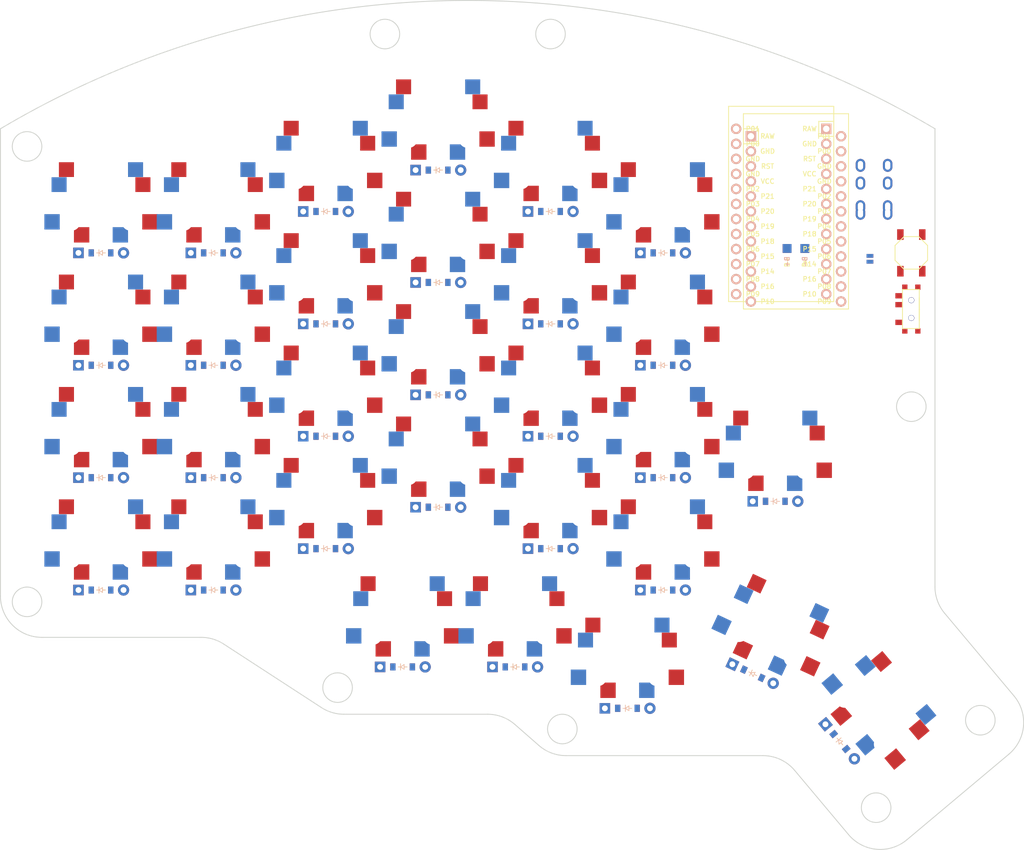
<source format=kicad_pcb>
(kicad_pcb (version 20171130) (host pcbnew 5.1.6)
  (title_block (title moon60Top) (rev v1.0.0) (company Unknown))
  (layers (0 F.Cu signal) (31 B.Cu signal) (34 B.Paste user) (35 F.Paste user) (36 B.SilkS user) (37 F.SilkS user) (38 B.Mask user) (39 F.Mask user) (44 Edge.Cuts user))
  (net 0 "")
  (net 1 "P21")
  (net 2 "P7")
  (net 3 "P6")
  (net 4 "P5")
  (net 5 "P4")
  (net 6 "P20")
  (net 7 "P19")
  (net 8 "P18")
  (net 9 "P15")
  (net 10 "P14")
  (net 11 "P8")
  (net 12 "RAW")
  (net 13 "GND")
  (net 14 "RST")
  (net 15 "VCC")
  (net 16 "P16")
  (net 17 "P10")
  (net 18 "P1")
  (net 19 "P0")
  (net 20 "P2")
  (net 21 "P3")
  (net 22 "P9")
  (net 23 "pos")
  (net 24 "Bplus")
  (module PG1350 (layer F.Cu) (at 0 0 180)
    (fp_text reference "S1" hide)
    (fp_text value "" hide)
    (pad "" np_thru_hole circle (at 0 0) (size 3.429 3.429) (drill 3.429) (layers *.Cu *.Mask))
    (pad "" np_thru_hole circle (at 5.5 0) (size 1.7018 1.7018) (drill 1.7018) (layers *.Cu *.Mask))
    (pad "" np_thru_hole circle (at -5.5 0) (size 1.7018 1.7018) (drill 1.7018) (layers *.Cu *.Mask))
    (pad "" np_thru_hole circle (at 5 -3.75) (size 3 3) (drill 3) (layers *.Cu *.Mask))
    (pad "" np_thru_hole circle (at 0 -5.95) (size 3 3) (drill 3) (layers *.Cu *.Mask))
    (pad 1 smd rect (at -3.275 -5.95 180) (size 2.6 2.6) (layers B.Cu B.Paste B.Mask) (net 1 "P21"))
    (pad 2 smd rect (at 8.275 -3.75 180) (size 2.6 2.6) (layers B.Cu B.Paste B.Mask) (net 2 "P7"))
    (pad "" np_thru_hole circle (at -5 -3.75) (size 3 3) (drill 3) (layers *.Cu *.Mask))
    (pad "" np_thru_hole circle (at 0 -5.95) (size 3 3) (drill 3) (layers *.Cu *.Mask))
    (pad 1 smd rect (at 3.275 -5.95 180) (size 2.6 2.6) (layers F.Cu F.Paste F.Mask) (net 1 "P21"))
    (pad 2 smd rect (at -8.275 -3.75 180) (size 2.6 2.6) (layers F.Cu F.Paste F.Mask) (net 2 "P7"))
  )
  (module MX (layer F.Cu) (at 0 0 0)
    (fp_text reference "S2" hide)
    (fp_text value "" hide)
    (pad "" np_thru_hole circle (at 0 0) (size 3.9878 3.9878) (drill 3.9878) (layers *.Cu *.Mask))
    (pad "" np_thru_hole circle (at 5.08 0) (size 1.7018 1.7018) (drill 1.7018) (layers *.Cu *.Mask))
    (pad "" np_thru_hole circle (at -5.08 0) (size 1.7018 1.7018) (drill 1.7018) (layers *.Cu *.Mask))
    (pad "" np_thru_hole circle (at 2.54 -5.08) (size 3 3) (drill 3) (layers *.Cu *.Mask))
    (pad "" np_thru_hole circle (at -3.81 -2.54) (size 3 3) (drill 3) (layers *.Cu *.Mask))
    (pad 1 smd rect (at -7.085 -2.54 180) (size 2.55 2.5) (layers B.Cu B.Paste B.Mask) (net 2 "P7"))
    (pad 2 smd rect (at 5.842 -5.08 180) (size 2.55 2.5) (layers B.Cu B.Paste B.Mask) (net 1 "P21"))
    (pad "" np_thru_hole circle (at -2.54 -5.08) (size 3 3) (drill 3) (layers *.Cu *.Mask))
    (pad "" np_thru_hole circle (at 3.81 -2.54) (size 3 3) (drill 3) (layers *.Cu *.Mask))
    (pad 1 smd rect (at 7.085 -2.54 180) (size 2.55 2.5) (layers F.Cu F.Paste F.Mask) (net 2 "P7"))
    (pad 2 smd rect (at -5.842 -5.08 180) (size 2.55 2.5) (layers F.Cu F.Paste F.Mask) (net 1 "P21"))
  )
  (module ComboDiode (layer F.Cu) (at 0 9 0)
    (fp_text reference "D1" hide)
    (fp_text value "" hide)
    (pad 1 smd rect (at -1.65 0 0) (size 0.9 1.2) (layers F.Cu F.Paste F.Mask) (net 2 "P7"))
    (pad 2 smd rect (at 1.65 0 0) (size 0.9 1.2) (layers B.Cu B.Paste B.Mask) (net 1 "P21"))
    (pad 1 smd rect (at -1.65 0 0) (size 0.9 1.2) (layers B.Cu B.Paste B.Mask) (net 2 "P7"))
    (pad 2 smd rect (at 1.65 0 0) (size 0.9 1.2) (layers F.Cu F.Paste F.Mask) (net 1 "P21"))
    (pad 1 thru_hole circle (at 3.81 0 0) (size 1.905 1.905) (drill 0.9906) (layers *.Cu *.Mask) (net 1 "P21"))
    (pad 2 thru_hole rect (at -3.81 0 0) (size 1.778 1.778) (drill 0.9906) (layers *.Cu *.Mask) (net 2 "P7"))
  )
  (module PG1350 (layer F.Cu) (at 0 -19 180)
    (fp_text reference "S3" hide)
    (fp_text value "" hide)
    (pad "" np_thru_hole circle (at 0 0) (size 3.429 3.429) (drill 3.429) (layers *.Cu *.Mask))
    (pad "" np_thru_hole circle (at 5.5 0) (size 1.7018 1.7018) (drill 1.7018) (layers *.Cu *.Mask))
    (pad "" np_thru_hole circle (at -5.5 0) (size 1.7018 1.7018) (drill 1.7018) (layers *.Cu *.Mask))
    (pad "" np_thru_hole circle (at 5 -3.75) (size 3 3) (drill 3) (layers *.Cu *.Mask))
    (pad "" np_thru_hole circle (at 0 -5.95) (size 3 3) (drill 3) (layers *.Cu *.Mask))
    (pad 1 smd rect (at -3.275 -5.95 180) (size 2.6 2.6) (layers B.Cu B.Paste B.Mask) (net 1 "P21"))
    (pad 2 smd rect (at 8.275 -3.75 180) (size 2.6 2.6) (layers B.Cu B.Paste B.Mask) (net 3 "P6"))
    (pad "" np_thru_hole circle (at -5 -3.75) (size 3 3) (drill 3) (layers *.Cu *.Mask))
    (pad "" np_thru_hole circle (at 0 -5.95) (size 3 3) (drill 3) (layers *.Cu *.Mask))
    (pad 1 smd rect (at 3.275 -5.95 180) (size 2.6 2.6) (layers F.Cu F.Paste F.Mask) (net 1 "P21"))
    (pad 2 smd rect (at -8.275 -3.75 180) (size 2.6 2.6) (layers F.Cu F.Paste F.Mask) (net 3 "P6"))
  )
  (module MX (layer F.Cu) (at 0 -19 0)
    (fp_text reference "S4" hide)
    (fp_text value "" hide)
    (pad "" np_thru_hole circle (at 0 0) (size 3.9878 3.9878) (drill 3.9878) (layers *.Cu *.Mask))
    (pad "" np_thru_hole circle (at 5.08 0) (size 1.7018 1.7018) (drill 1.7018) (layers *.Cu *.Mask))
    (pad "" np_thru_hole circle (at -5.08 0) (size 1.7018 1.7018) (drill 1.7018) (layers *.Cu *.Mask))
    (pad "" np_thru_hole circle (at 2.54 -5.08) (size 3 3) (drill 3) (layers *.Cu *.Mask))
    (pad "" np_thru_hole circle (at -3.81 -2.54) (size 3 3) (drill 3) (layers *.Cu *.Mask))
    (pad 1 smd rect (at -7.085 -2.54 180) (size 2.55 2.5) (layers B.Cu B.Paste B.Mask) (net 3 "P6"))
    (pad 2 smd rect (at 5.842 -5.08 180) (size 2.55 2.5) (layers B.Cu B.Paste B.Mask) (net 1 "P21"))
    (pad "" np_thru_hole circle (at -2.54 -5.08) (size 3 3) (drill 3) (layers *.Cu *.Mask))
    (pad "" np_thru_hole circle (at 3.81 -2.54) (size 3 3) (drill 3) (layers *.Cu *.Mask))
    (pad 1 smd rect (at 7.085 -2.54 180) (size 2.55 2.5) (layers F.Cu F.Paste F.Mask) (net 3 "P6"))
    (pad 2 smd rect (at -5.842 -5.08 180) (size 2.55 2.5) (layers F.Cu F.Paste F.Mask) (net 1 "P21"))
  )
  (module ComboDiode (layer F.Cu) (at 0 -10 0)
    (fp_text reference "D2" hide)
    (fp_text value "" hide)
    (pad 1 smd rect (at -1.65 0 0) (size 0.9 1.2) (layers F.Cu F.Paste F.Mask) (net 3 "P6"))
    (pad 2 smd rect (at 1.65 0 0) (size 0.9 1.2) (layers B.Cu B.Paste B.Mask) (net 1 "P21"))
    (pad 1 smd rect (at -1.65 0 0) (size 0.9 1.2) (layers B.Cu B.Paste B.Mask) (net 3 "P6"))
    (pad 2 smd rect (at 1.65 0 0) (size 0.9 1.2) (layers F.Cu F.Paste F.Mask) (net 1 "P21"))
    (pad 1 thru_hole circle (at 3.81 0 0) (size 1.905 1.905) (drill 0.9906) (layers *.Cu *.Mask) (net 1 "P21"))
    (pad 2 thru_hole rect (at -3.81 0 0) (size 1.778 1.778) (drill 0.9906) (layers *.Cu *.Mask) (net 3 "P6"))
  )
  (module PG1350 (layer F.Cu) (at 0 -38 180)
    (fp_text reference "S5" hide)
    (fp_text value "" hide)
    (pad "" np_thru_hole circle (at 0 0) (size 3.429 3.429) (drill 3.429) (layers *.Cu *.Mask))
    (pad "" np_thru_hole circle (at 5.5 0) (size 1.7018 1.7018) (drill 1.7018) (layers *.Cu *.Mask))
    (pad "" np_thru_hole circle (at -5.5 0) (size 1.7018 1.7018) (drill 1.7018) (layers *.Cu *.Mask))
    (pad "" np_thru_hole circle (at 5 -3.75) (size 3 3) (drill 3) (layers *.Cu *.Mask))
    (pad "" np_thru_hole circle (at 0 -5.95) (size 3 3) (drill 3) (layers *.Cu *.Mask))
    (pad 1 smd rect (at -3.275 -5.95 180) (size 2.6 2.6) (layers B.Cu B.Paste B.Mask) (net 1 "P21"))
    (pad 2 smd rect (at 8.275 -3.75 180) (size 2.6 2.6) (layers B.Cu B.Paste B.Mask) (net 4 "P5"))
    (pad "" np_thru_hole circle (at -5 -3.75) (size 3 3) (drill 3) (layers *.Cu *.Mask))
    (pad "" np_thru_hole circle (at 0 -5.95) (size 3 3) (drill 3) (layers *.Cu *.Mask))
    (pad 1 smd rect (at 3.275 -5.95 180) (size 2.6 2.6) (layers F.Cu F.Paste F.Mask) (net 1 "P21"))
    (pad 2 smd rect (at -8.275 -3.75 180) (size 2.6 2.6) (layers F.Cu F.Paste F.Mask) (net 4 "P5"))
  )
  (module MX (layer F.Cu) (at 0 -38 0)
    (fp_text reference "S6" hide)
    (fp_text value "" hide)
    (pad "" np_thru_hole circle (at 0 0) (size 3.9878 3.9878) (drill 3.9878) (layers *.Cu *.Mask))
    (pad "" np_thru_hole circle (at 5.08 0) (size 1.7018 1.7018) (drill 1.7018) (layers *.Cu *.Mask))
    (pad "" np_thru_hole circle (at -5.08 0) (size 1.7018 1.7018) (drill 1.7018) (layers *.Cu *.Mask))
    (pad "" np_thru_hole circle (at 2.54 -5.08) (size 3 3) (drill 3) (layers *.Cu *.Mask))
    (pad "" np_thru_hole circle (at -3.81 -2.54) (size 3 3) (drill 3) (layers *.Cu *.Mask))
    (pad 1 smd rect (at -7.085 -2.54 180) (size 2.55 2.5) (layers B.Cu B.Paste B.Mask) (net 4 "P5"))
    (pad 2 smd rect (at 5.842 -5.08 180) (size 2.55 2.5) (layers B.Cu B.Paste B.Mask) (net 1 "P21"))
    (pad "" np_thru_hole circle (at -2.54 -5.08) (size 3 3) (drill 3) (layers *.Cu *.Mask))
    (pad "" np_thru_hole circle (at 3.81 -2.54) (size 3 3) (drill 3) (layers *.Cu *.Mask))
    (pad 1 smd rect (at 7.085 -2.54 180) (size 2.55 2.5) (layers F.Cu F.Paste F.Mask) (net 4 "P5"))
    (pad 2 smd rect (at -5.842 -5.08 180) (size 2.55 2.5) (layers F.Cu F.Paste F.Mask) (net 1 "P21"))
  )
  (module ComboDiode (layer F.Cu) (at 0 -29 0)
    (fp_text reference "D3" hide)
    (fp_text value "" hide)
    (pad 1 smd rect (at -1.65 0 0) (size 0.9 1.2) (layers F.Cu F.Paste F.Mask) (net 4 "P5"))
    (pad 2 smd rect (at 1.65 0 0) (size 0.9 1.2) (layers B.Cu B.Paste B.Mask) (net 1 "P21"))
    (pad 1 smd rect (at -1.65 0 0) (size 0.9 1.2) (layers B.Cu B.Paste B.Mask) (net 4 "P5"))
    (pad 2 smd rect (at 1.65 0 0) (size 0.9 1.2) (layers F.Cu F.Paste F.Mask) (net 1 "P21"))
    (pad 1 thru_hole circle (at 3.81 0 0) (size 1.905 1.905) (drill 0.9906) (layers *.Cu *.Mask) (net 1 "P21"))
    (pad 2 thru_hole rect (at -3.81 0 0) (size 1.778 1.778) (drill 0.9906) (layers *.Cu *.Mask) (net 4 "P5"))
  )
  (module PG1350 (layer F.Cu) (at 0 -57 180)
    (fp_text reference "S7" hide)
    (fp_text value "" hide)
    (pad "" np_thru_hole circle (at 0 0) (size 3.429 3.429) (drill 3.429) (layers *.Cu *.Mask))
    (pad "" np_thru_hole circle (at 5.5 0) (size 1.7018 1.7018) (drill 1.7018) (layers *.Cu *.Mask))
    (pad "" np_thru_hole circle (at -5.5 0) (size 1.7018 1.7018) (drill 1.7018) (layers *.Cu *.Mask))
    (pad "" np_thru_hole circle (at 5 -3.75) (size 3 3) (drill 3) (layers *.Cu *.Mask))
    (pad "" np_thru_hole circle (at 0 -5.95) (size 3 3) (drill 3) (layers *.Cu *.Mask))
    (pad 1 smd rect (at -3.275 -5.95 180) (size 2.6 2.6) (layers B.Cu B.Paste B.Mask) (net 1 "P21"))
    (pad 2 smd rect (at 8.275 -3.75 180) (size 2.6 2.6) (layers B.Cu B.Paste B.Mask) (net 5 "P4"))
    (pad "" np_thru_hole circle (at -5 -3.75) (size 3 3) (drill 3) (layers *.Cu *.Mask))
    (pad "" np_thru_hole circle (at 0 -5.95) (size 3 3) (drill 3) (layers *.Cu *.Mask))
    (pad 1 smd rect (at 3.275 -5.95 180) (size 2.6 2.6) (layers F.Cu F.Paste F.Mask) (net 1 "P21"))
    (pad 2 smd rect (at -8.275 -3.75 180) (size 2.6 2.6) (layers F.Cu F.Paste F.Mask) (net 5 "P4"))
  )
  (module MX (layer F.Cu) (at 0 -57 0)
    (fp_text reference "S8" hide)
    (fp_text value "" hide)
    (pad "" np_thru_hole circle (at 0 0) (size 3.9878 3.9878) (drill 3.9878) (layers *.Cu *.Mask))
    (pad "" np_thru_hole circle (at 5.08 0) (size 1.7018 1.7018) (drill 1.7018) (layers *.Cu *.Mask))
    (pad "" np_thru_hole circle (at -5.08 0) (size 1.7018 1.7018) (drill 1.7018) (layers *.Cu *.Mask))
    (pad "" np_thru_hole circle (at 2.54 -5.08) (size 3 3) (drill 3) (layers *.Cu *.Mask))
    (pad "" np_thru_hole circle (at -3.81 -2.54) (size 3 3) (drill 3) (layers *.Cu *.Mask))
    (pad 1 smd rect (at -7.085 -2.54 180) (size 2.55 2.5) (layers B.Cu B.Paste B.Mask) (net 5 "P4"))
    (pad 2 smd rect (at 5.842 -5.08 180) (size 2.55 2.5) (layers B.Cu B.Paste B.Mask) (net 1 "P21"))
    (pad "" np_thru_hole circle (at -2.54 -5.08) (size 3 3) (drill 3) (layers *.Cu *.Mask))
    (pad "" np_thru_hole circle (at 3.81 -2.54) (size 3 3) (drill 3) (layers *.Cu *.Mask))
    (pad 1 smd rect (at 7.085 -2.54 180) (size 2.55 2.5) (layers F.Cu F.Paste F.Mask) (net 5 "P4"))
    (pad 2 smd rect (at -5.842 -5.08 180) (size 2.55 2.5) (layers F.Cu F.Paste F.Mask) (net 1 "P21"))
  )
  (module ComboDiode (layer F.Cu) (at 0 -48 0)
    (fp_text reference "D4" hide)
    (fp_text value "" hide)
    (pad 1 smd rect (at -1.65 0 0) (size 0.9 1.2) (layers F.Cu F.Paste F.Mask) (net 5 "P4"))
    (pad 2 smd rect (at 1.65 0 0) (size 0.9 1.2) (layers B.Cu B.Paste B.Mask) (net 1 "P21"))
    (pad 1 smd rect (at -1.65 0 0) (size 0.9 1.2) (layers B.Cu B.Paste B.Mask) (net 5 "P4"))
    (pad 2 smd rect (at 1.65 0 0) (size 0.9 1.2) (layers F.Cu F.Paste F.Mask) (net 1 "P21"))
    (pad 1 thru_hole circle (at 3.81 0 0) (size 1.905 1.905) (drill 0.9906) (layers *.Cu *.Mask) (net 1 "P21"))
    (pad 2 thru_hole rect (at -3.81 0 0) (size 1.778 1.778) (drill 0.9906) (layers *.Cu *.Mask) (net 5 "P4"))
  )
  (module PG1350 (layer F.Cu) (at 19 0 180)
    (fp_text reference "S9" hide)
    (fp_text value "" hide)
    (pad "" np_thru_hole circle (at 0 0) (size 3.429 3.429) (drill 3.429) (layers *.Cu *.Mask))
    (pad "" np_thru_hole circle (at 5.5 0) (size 1.7018 1.7018) (drill 1.7018) (layers *.Cu *.Mask))
    (pad "" np_thru_hole circle (at -5.5 0) (size 1.7018 1.7018) (drill 1.7018) (layers *.Cu *.Mask))
    (pad "" np_thru_hole circle (at 5 -3.75) (size 3 3) (drill 3) (layers *.Cu *.Mask))
    (pad "" np_thru_hole circle (at 0 -5.95) (size 3 3) (drill 3) (layers *.Cu *.Mask))
    (pad 1 smd rect (at -3.275 -5.95 180) (size 2.6 2.6) (layers B.Cu B.Paste B.Mask) (net 6 "P20"))
    (pad 2 smd rect (at 8.275 -3.75 180) (size 2.6 2.6) (layers B.Cu B.Paste B.Mask) (net 2 "P7"))
    (pad "" np_thru_hole circle (at -5 -3.75) (size 3 3) (drill 3) (layers *.Cu *.Mask))
    (pad "" np_thru_hole circle (at 0 -5.95) (size 3 3) (drill 3) (layers *.Cu *.Mask))
    (pad 1 smd rect (at 3.275 -5.95 180) (size 2.6 2.6) (layers F.Cu F.Paste F.Mask) (net 6 "P20"))
    (pad 2 smd rect (at -8.275 -3.75 180) (size 2.6 2.6) (layers F.Cu F.Paste F.Mask) (net 2 "P7"))
  )
  (module MX (layer F.Cu) (at 19 0 0)
    (fp_text reference "S10" hide)
    (fp_text value "" hide)
    (pad "" np_thru_hole circle (at 0 0) (size 3.9878 3.9878) (drill 3.9878) (layers *.Cu *.Mask))
    (pad "" np_thru_hole circle (at 5.08 0) (size 1.7018 1.7018) (drill 1.7018) (layers *.Cu *.Mask))
    (pad "" np_thru_hole circle (at -5.08 0) (size 1.7018 1.7018) (drill 1.7018) (layers *.Cu *.Mask))
    (pad "" np_thru_hole circle (at 2.54 -5.08) (size 3 3) (drill 3) (layers *.Cu *.Mask))
    (pad "" np_thru_hole circle (at -3.81 -2.54) (size 3 3) (drill 3) (layers *.Cu *.Mask))
    (pad 1 smd rect (at -7.085 -2.54 180) (size 2.55 2.5) (layers B.Cu B.Paste B.Mask) (net 2 "P7"))
    (pad 2 smd rect (at 5.842 -5.08 180) (size 2.55 2.5) (layers B.Cu B.Paste B.Mask) (net 6 "P20"))
    (pad "" np_thru_hole circle (at -2.54 -5.08) (size 3 3) (drill 3) (layers *.Cu *.Mask))
    (pad "" np_thru_hole circle (at 3.81 -2.54) (size 3 3) (drill 3) (layers *.Cu *.Mask))
    (pad 1 smd rect (at 7.085 -2.54 180) (size 2.55 2.5) (layers F.Cu F.Paste F.Mask) (net 2 "P7"))
    (pad 2 smd rect (at -5.842 -5.08 180) (size 2.55 2.5) (layers F.Cu F.Paste F.Mask) (net 6 "P20"))
  )
  (module ComboDiode (layer F.Cu) (at 19 9 0)
    (fp_text reference "D5" hide)
    (fp_text value "" hide)
    (pad 1 smd rect (at -1.65 0 0) (size 0.9 1.2) (layers F.Cu F.Paste F.Mask) (net 2 "P7"))
    (pad 2 smd rect (at 1.65 0 0) (size 0.9 1.2) (layers B.Cu B.Paste B.Mask) (net 6 "P20"))
    (pad 1 smd rect (at -1.65 0 0) (size 0.9 1.2) (layers B.Cu B.Paste B.Mask) (net 2 "P7"))
    (pad 2 smd rect (at 1.65 0 0) (size 0.9 1.2) (layers F.Cu F.Paste F.Mask) (net 6 "P20"))
    (pad 1 thru_hole circle (at 3.81 0 0) (size 1.905 1.905) (drill 0.9906) (layers *.Cu *.Mask) (net 6 "P20"))
    (pad 2 thru_hole rect (at -3.81 0 0) (size 1.778 1.778) (drill 0.9906) (layers *.Cu *.Mask) (net 2 "P7"))
  )
  (module PG1350 (layer F.Cu) (at 19 -19 180)
    (fp_text reference "S11" hide)
    (fp_text value "" hide)
    (pad "" np_thru_hole circle (at 0 0) (size 3.429 3.429) (drill 3.429) (layers *.Cu *.Mask))
    (pad "" np_thru_hole circle (at 5.5 0) (size 1.7018 1.7018) (drill 1.7018) (layers *.Cu *.Mask))
    (pad "" np_thru_hole circle (at -5.5 0) (size 1.7018 1.7018) (drill 1.7018) (layers *.Cu *.Mask))
    (pad "" np_thru_hole circle (at 5 -3.75) (size 3 3) (drill 3) (layers *.Cu *.Mask))
    (pad "" np_thru_hole circle (at 0 -5.95) (size 3 3) (drill 3) (layers *.Cu *.Mask))
    (pad 1 smd rect (at -3.275 -5.95 180) (size 2.6 2.6) (layers B.Cu B.Paste B.Mask) (net 6 "P20"))
    (pad 2 smd rect (at 8.275 -3.75 180) (size 2.6 2.6) (layers B.Cu B.Paste B.Mask) (net 3 "P6"))
    (pad "" np_thru_hole circle (at -5 -3.75) (size 3 3) (drill 3) (layers *.Cu *.Mask))
    (pad "" np_thru_hole circle (at 0 -5.95) (size 3 3) (drill 3) (layers *.Cu *.Mask))
    (pad 1 smd rect (at 3.275 -5.95 180) (size 2.6 2.6) (layers F.Cu F.Paste F.Mask) (net 6 "P20"))
    (pad 2 smd rect (at -8.275 -3.75 180) (size 2.6 2.6) (layers F.Cu F.Paste F.Mask) (net 3 "P6"))
  )
  (module MX (layer F.Cu) (at 19 -19 0)
    (fp_text reference "S12" hide)
    (fp_text value "" hide)
    (pad "" np_thru_hole circle (at 0 0) (size 3.9878 3.9878) (drill 3.9878) (layers *.Cu *.Mask))
    (pad "" np_thru_hole circle (at 5.08 0) (size 1.7018 1.7018) (drill 1.7018) (layers *.Cu *.Mask))
    (pad "" np_thru_hole circle (at -5.08 0) (size 1.7018 1.7018) (drill 1.7018) (layers *.Cu *.Mask))
    (pad "" np_thru_hole circle (at 2.54 -5.08) (size 3 3) (drill 3) (layers *.Cu *.Mask))
    (pad "" np_thru_hole circle (at -3.81 -2.54) (size 3 3) (drill 3) (layers *.Cu *.Mask))
    (pad 1 smd rect (at -7.085 -2.54 180) (size 2.55 2.5) (layers B.Cu B.Paste B.Mask) (net 3 "P6"))
    (pad 2 smd rect (at 5.842 -5.08 180) (size 2.55 2.5) (layers B.Cu B.Paste B.Mask) (net 6 "P20"))
    (pad "" np_thru_hole circle (at -2.54 -5.08) (size 3 3) (drill 3) (layers *.Cu *.Mask))
    (pad "" np_thru_hole circle (at 3.81 -2.54) (size 3 3) (drill 3) (layers *.Cu *.Mask))
    (pad 1 smd rect (at 7.085 -2.54 180) (size 2.55 2.5) (layers F.Cu F.Paste F.Mask) (net 3 "P6"))
    (pad 2 smd rect (at -5.842 -5.08 180) (size 2.55 2.5) (layers F.Cu F.Paste F.Mask) (net 6 "P20"))
  )
  (module ComboDiode (layer F.Cu) (at 19 -10 0)
    (fp_text reference "D6" hide)
    (fp_text value "" hide)
    (pad 1 smd rect (at -1.65 0 0) (size 0.9 1.2) (layers F.Cu F.Paste F.Mask) (net 3 "P6"))
    (pad 2 smd rect (at 1.65 0 0) (size 0.9 1.2) (layers B.Cu B.Paste B.Mask) (net 6 "P20"))
    (pad 1 smd rect (at -1.65 0 0) (size 0.9 1.2) (layers B.Cu B.Paste B.Mask) (net 3 "P6"))
    (pad 2 smd rect (at 1.65 0 0) (size 0.9 1.2) (layers F.Cu F.Paste F.Mask) (net 6 "P20"))
    (pad 1 thru_hole circle (at 3.81 0 0) (size 1.905 1.905) (drill 0.9906) (layers *.Cu *.Mask) (net 6 "P20"))
    (pad 2 thru_hole rect (at -3.81 0 0) (size 1.778 1.778) (drill 0.9906) (layers *.Cu *.Mask) (net 3 "P6"))
  )
  (module PG1350 (layer F.Cu) (at 19 -38 180)
    (fp_text reference "S13" hide)
    (fp_text value "" hide)
    (pad "" np_thru_hole circle (at 0 0) (size 3.429 3.429) (drill 3.429) (layers *.Cu *.Mask))
    (pad "" np_thru_hole circle (at 5.5 0) (size 1.7018 1.7018) (drill 1.7018) (layers *.Cu *.Mask))
    (pad "" np_thru_hole circle (at -5.5 0) (size 1.7018 1.7018) (drill 1.7018) (layers *.Cu *.Mask))
    (pad "" np_thru_hole circle (at 5 -3.75) (size 3 3) (drill 3) (layers *.Cu *.Mask))
    (pad "" np_thru_hole circle (at 0 -5.95) (size 3 3) (drill 3) (layers *.Cu *.Mask))
    (pad 1 smd rect (at -3.275 -5.95 180) (size 2.6 2.6) (layers B.Cu B.Paste B.Mask) (net 6 "P20"))
    (pad 2 smd rect (at 8.275 -3.75 180) (size 2.6 2.6) (layers B.Cu B.Paste B.Mask) (net 4 "P5"))
    (pad "" np_thru_hole circle (at -5 -3.75) (size 3 3) (drill 3) (layers *.Cu *.Mask))
    (pad "" np_thru_hole circle (at 0 -5.95) (size 3 3) (drill 3) (layers *.Cu *.Mask))
    (pad 1 smd rect (at 3.275 -5.95 180) (size 2.6 2.6) (layers F.Cu F.Paste F.Mask) (net 6 "P20"))
    (pad 2 smd rect (at -8.275 -3.75 180) (size 2.6 2.6) (layers F.Cu F.Paste F.Mask) (net 4 "P5"))
  )
  (module MX (layer F.Cu) (at 19 -38 0)
    (fp_text reference "S14" hide)
    (fp_text value "" hide)
    (pad "" np_thru_hole circle (at 0 0) (size 3.9878 3.9878) (drill 3.9878) (layers *.Cu *.Mask))
    (pad "" np_thru_hole circle (at 5.08 0) (size 1.7018 1.7018) (drill 1.7018) (layers *.Cu *.Mask))
    (pad "" np_thru_hole circle (at -5.08 0) (size 1.7018 1.7018) (drill 1.7018) (layers *.Cu *.Mask))
    (pad "" np_thru_hole circle (at 2.54 -5.08) (size 3 3) (drill 3) (layers *.Cu *.Mask))
    (pad "" np_thru_hole circle (at -3.81 -2.54) (size 3 3) (drill 3) (layers *.Cu *.Mask))
    (pad 1 smd rect (at -7.085 -2.54 180) (size 2.55 2.5) (layers B.Cu B.Paste B.Mask) (net 4 "P5"))
    (pad 2 smd rect (at 5.842 -5.08 180) (size 2.55 2.5) (layers B.Cu B.Paste B.Mask) (net 6 "P20"))
    (pad "" np_thru_hole circle (at -2.54 -5.08) (size 3 3) (drill 3) (layers *.Cu *.Mask))
    (pad "" np_thru_hole circle (at 3.81 -2.54) (size 3 3) (drill 3) (layers *.Cu *.Mask))
    (pad 1 smd rect (at 7.085 -2.54 180) (size 2.55 2.5) (layers F.Cu F.Paste F.Mask) (net 4 "P5"))
    (pad 2 smd rect (at -5.842 -5.08 180) (size 2.55 2.5) (layers F.Cu F.Paste F.Mask) (net 6 "P20"))
  )
  (module ComboDiode (layer F.Cu) (at 19 -29 0)
    (fp_text reference "D7" hide)
    (fp_text value "" hide)
    (pad 1 smd rect (at -1.65 0 0) (size 0.9 1.2) (layers F.Cu F.Paste F.Mask) (net 4 "P5"))
    (pad 2 smd rect (at 1.65 0 0) (size 0.9 1.2) (layers B.Cu B.Paste B.Mask) (net 6 "P20"))
    (pad 1 smd rect (at -1.65 0 0) (size 0.9 1.2) (layers B.Cu B.Paste B.Mask) (net 4 "P5"))
    (pad 2 smd rect (at 1.65 0 0) (size 0.9 1.2) (layers F.Cu F.Paste F.Mask) (net 6 "P20"))
    (pad 1 thru_hole circle (at 3.81 0 0) (size 1.905 1.905) (drill 0.9906) (layers *.Cu *.Mask) (net 6 "P20"))
    (pad 2 thru_hole rect (at -3.81 0 0) (size 1.778 1.778) (drill 0.9906) (layers *.Cu *.Mask) (net 4 "P5"))
  )
  (module PG1350 (layer F.Cu) (at 19 -57 180)
    (fp_text reference "S15" hide)
    (fp_text value "" hide)
    (pad "" np_thru_hole circle (at 0 0) (size 3.429 3.429) (drill 3.429) (layers *.Cu *.Mask))
    (pad "" np_thru_hole circle (at 5.5 0) (size 1.7018 1.7018) (drill 1.7018) (layers *.Cu *.Mask))
    (pad "" np_thru_hole circle (at -5.5 0) (size 1.7018 1.7018) (drill 1.7018) (layers *.Cu *.Mask))
    (pad "" np_thru_hole circle (at 5 -3.75) (size 3 3) (drill 3) (layers *.Cu *.Mask))
    (pad "" np_thru_hole circle (at 0 -5.95) (size 3 3) (drill 3) (layers *.Cu *.Mask))
    (pad 1 smd rect (at -3.275 -5.95 180) (size 2.6 2.6) (layers B.Cu B.Paste B.Mask) (net 6 "P20"))
    (pad 2 smd rect (at 8.275 -3.75 180) (size 2.6 2.6) (layers B.Cu B.Paste B.Mask) (net 5 "P4"))
    (pad "" np_thru_hole circle (at -5 -3.75) (size 3 3) (drill 3) (layers *.Cu *.Mask))
    (pad "" np_thru_hole circle (at 0 -5.95) (size 3 3) (drill 3) (layers *.Cu *.Mask))
    (pad 1 smd rect (at 3.275 -5.95 180) (size 2.6 2.6) (layers F.Cu F.Paste F.Mask) (net 6 "P20"))
    (pad 2 smd rect (at -8.275 -3.75 180) (size 2.6 2.6) (layers F.Cu F.Paste F.Mask) (net 5 "P4"))
  )
  (module MX (layer F.Cu) (at 19 -57 0)
    (fp_text reference "S16" hide)
    (fp_text value "" hide)
    (pad "" np_thru_hole circle (at 0 0) (size 3.9878 3.9878) (drill 3.9878) (layers *.Cu *.Mask))
    (pad "" np_thru_hole circle (at 5.08 0) (size 1.7018 1.7018) (drill 1.7018) (layers *.Cu *.Mask))
    (pad "" np_thru_hole circle (at -5.08 0) (size 1.7018 1.7018) (drill 1.7018) (layers *.Cu *.Mask))
    (pad "" np_thru_hole circle (at 2.54 -5.08) (size 3 3) (drill 3) (layers *.Cu *.Mask))
    (pad "" np_thru_hole circle (at -3.81 -2.54) (size 3 3) (drill 3) (layers *.Cu *.Mask))
    (pad 1 smd rect (at -7.085 -2.54 180) (size 2.55 2.5) (layers B.Cu B.Paste B.Mask) (net 5 "P4"))
    (pad 2 smd rect (at 5.842 -5.08 180) (size 2.55 2.5) (layers B.Cu B.Paste B.Mask) (net 6 "P20"))
    (pad "" np_thru_hole circle (at -2.54 -5.08) (size 3 3) (drill 3) (layers *.Cu *.Mask))
    (pad "" np_thru_hole circle (at 3.81 -2.54) (size 3 3) (drill 3) (layers *.Cu *.Mask))
    (pad 1 smd rect (at 7.085 -2.54 180) (size 2.55 2.5) (layers F.Cu F.Paste F.Mask) (net 5 "P4"))
    (pad 2 smd rect (at -5.842 -5.08 180) (size 2.55 2.5) (layers F.Cu F.Paste F.Mask) (net 6 "P20"))
  )
  (module ComboDiode (layer F.Cu) (at 19 -48 0)
    (fp_text reference "D8" hide)
    (fp_text value "" hide)
    (pad 1 smd rect (at -1.65 0 0) (size 0.9 1.2) (layers F.Cu F.Paste F.Mask) (net 5 "P4"))
    (pad 2 smd rect (at 1.65 0 0) (size 0.9 1.2) (layers B.Cu B.Paste B.Mask) (net 6 "P20"))
    (pad 1 smd rect (at -1.65 0 0) (size 0.9 1.2) (layers B.Cu B.Paste B.Mask) (net 5 "P4"))
    (pad 2 smd rect (at 1.65 0 0) (size 0.9 1.2) (layers F.Cu F.Paste F.Mask) (net 6 "P20"))
    (pad 1 thru_hole circle (at 3.81 0 0) (size 1.905 1.905) (drill 0.9906) (layers *.Cu *.Mask) (net 6 "P20"))
    (pad 2 thru_hole rect (at -3.81 0 0) (size 1.778 1.778) (drill 0.9906) (layers *.Cu *.Mask) (net 5 "P4"))
  )
  (module PG1350 (layer F.Cu) (at 38 -7 180)
    (fp_text reference "S17" hide)
    (fp_text value "" hide)
    (pad "" np_thru_hole circle (at 0 0) (size 3.429 3.429) (drill 3.429) (layers *.Cu *.Mask))
    (pad "" np_thru_hole circle (at 5.5 0) (size 1.7018 1.7018) (drill 1.7018) (layers *.Cu *.Mask))
    (pad "" np_thru_hole circle (at -5.5 0) (size 1.7018 1.7018) (drill 1.7018) (layers *.Cu *.Mask))
    (pad "" np_thru_hole circle (at 5 -3.75) (size 3 3) (drill 3) (layers *.Cu *.Mask))
    (pad "" np_thru_hole circle (at 0 -5.95) (size 3 3) (drill 3) (layers *.Cu *.Mask))
    (pad 1 smd rect (at -3.275 -5.95 180) (size 2.6 2.6) (layers B.Cu B.Paste B.Mask) (net 7 "P19"))
    (pad 2 smd rect (at 8.275 -3.75 180) (size 2.6 2.6) (layers B.Cu B.Paste B.Mask) (net 2 "P7"))
    (pad "" np_thru_hole circle (at -5 -3.75) (size 3 3) (drill 3) (layers *.Cu *.Mask))
    (pad "" np_thru_hole circle (at 0 -5.95) (size 3 3) (drill 3) (layers *.Cu *.Mask))
    (pad 1 smd rect (at 3.275 -5.95 180) (size 2.6 2.6) (layers F.Cu F.Paste F.Mask) (net 7 "P19"))
    (pad 2 smd rect (at -8.275 -3.75 180) (size 2.6 2.6) (layers F.Cu F.Paste F.Mask) (net 2 "P7"))
  )
  (module MX (layer F.Cu) (at 38 -7 0)
    (fp_text reference "S18" hide)
    (fp_text value "" hide)
    (pad "" np_thru_hole circle (at 0 0) (size 3.9878 3.9878) (drill 3.9878) (layers *.Cu *.Mask))
    (pad "" np_thru_hole circle (at 5.08 0) (size 1.7018 1.7018) (drill 1.7018) (layers *.Cu *.Mask))
    (pad "" np_thru_hole circle (at -5.08 0) (size 1.7018 1.7018) (drill 1.7018) (layers *.Cu *.Mask))
    (pad "" np_thru_hole circle (at 2.54 -5.08) (size 3 3) (drill 3) (layers *.Cu *.Mask))
    (pad "" np_thru_hole circle (at -3.81 -2.54) (size 3 3) (drill 3) (layers *.Cu *.Mask))
    (pad 1 smd rect (at -7.085 -2.54 180) (size 2.55 2.5) (layers B.Cu B.Paste B.Mask) (net 2 "P7"))
    (pad 2 smd rect (at 5.842 -5.08 180) (size 2.55 2.5) (layers B.Cu B.Paste B.Mask) (net 7 "P19"))
    (pad "" np_thru_hole circle (at -2.54 -5.08) (size 3 3) (drill 3) (layers *.Cu *.Mask))
    (pad "" np_thru_hole circle (at 3.81 -2.54) (size 3 3) (drill 3) (layers *.Cu *.Mask))
    (pad 1 smd rect (at 7.085 -2.54 180) (size 2.55 2.5) (layers F.Cu F.Paste F.Mask) (net 2 "P7"))
    (pad 2 smd rect (at -5.842 -5.08 180) (size 2.55 2.5) (layers F.Cu F.Paste F.Mask) (net 7 "P19"))
  )
  (module ComboDiode (layer F.Cu) (at 38 2 0)
    (fp_text reference "D9" hide)
    (fp_text value "" hide)
    (pad 1 smd rect (at -1.65 0 0) (size 0.9 1.2) (layers F.Cu F.Paste F.Mask) (net 2 "P7"))
    (pad 2 smd rect (at 1.65 0 0) (size 0.9 1.2) (layers B.Cu B.Paste B.Mask) (net 7 "P19"))
    (pad 1 smd rect (at -1.65 0 0) (size 0.9 1.2) (layers B.Cu B.Paste B.Mask) (net 2 "P7"))
    (pad 2 smd rect (at 1.65 0 0) (size 0.9 1.2) (layers F.Cu F.Paste F.Mask) (net 7 "P19"))
    (pad 1 thru_hole circle (at 3.81 0 0) (size 1.905 1.905) (drill 0.9906) (layers *.Cu *.Mask) (net 7 "P19"))
    (pad 2 thru_hole rect (at -3.81 0 0) (size 1.778 1.778) (drill 0.9906) (layers *.Cu *.Mask) (net 2 "P7"))
  )
  (module PG1350 (layer F.Cu) (at 38 -26 180)
    (fp_text reference "S19" hide)
    (fp_text value "" hide)
    (pad "" np_thru_hole circle (at 0 0) (size 3.429 3.429) (drill 3.429) (layers *.Cu *.Mask))
    (pad "" np_thru_hole circle (at 5.5 0) (size 1.7018 1.7018) (drill 1.7018) (layers *.Cu *.Mask))
    (pad "" np_thru_hole circle (at -5.5 0) (size 1.7018 1.7018) (drill 1.7018) (layers *.Cu *.Mask))
    (pad "" np_thru_hole circle (at 5 -3.75) (size 3 3) (drill 3) (layers *.Cu *.Mask))
    (pad "" np_thru_hole circle (at 0 -5.95) (size 3 3) (drill 3) (layers *.Cu *.Mask))
    (pad 1 smd rect (at -3.275 -5.95 180) (size 2.6 2.6) (layers B.Cu B.Paste B.Mask) (net 7 "P19"))
    (pad 2 smd rect (at 8.275 -3.75 180) (size 2.6 2.6) (layers B.Cu B.Paste B.Mask) (net 3 "P6"))
    (pad "" np_thru_hole circle (at -5 -3.75) (size 3 3) (drill 3) (layers *.Cu *.Mask))
    (pad "" np_thru_hole circle (at 0 -5.95) (size 3 3) (drill 3) (layers *.Cu *.Mask))
    (pad 1 smd rect (at 3.275 -5.95 180) (size 2.6 2.6) (layers F.Cu F.Paste F.Mask) (net 7 "P19"))
    (pad 2 smd rect (at -8.275 -3.75 180) (size 2.6 2.6) (layers F.Cu F.Paste F.Mask) (net 3 "P6"))
  )
  (module MX (layer F.Cu) (at 38 -26 0)
    (fp_text reference "S20" hide)
    (fp_text value "" hide)
    (pad "" np_thru_hole circle (at 0 0) (size 3.9878 3.9878) (drill 3.9878) (layers *.Cu *.Mask))
    (pad "" np_thru_hole circle (at 5.08 0) (size 1.7018 1.7018) (drill 1.7018) (layers *.Cu *.Mask))
    (pad "" np_thru_hole circle (at -5.08 0) (size 1.7018 1.7018) (drill 1.7018) (layers *.Cu *.Mask))
    (pad "" np_thru_hole circle (at 2.54 -5.08) (size 3 3) (drill 3) (layers *.Cu *.Mask))
    (pad "" np_thru_hole circle (at -3.81 -2.54) (size 3 3) (drill 3) (layers *.Cu *.Mask))
    (pad 1 smd rect (at -7.085 -2.54 180) (size 2.55 2.5) (layers B.Cu B.Paste B.Mask) (net 3 "P6"))
    (pad 2 smd rect (at 5.842 -5.08 180) (size 2.55 2.5) (layers B.Cu B.Paste B.Mask) (net 7 "P19"))
    (pad "" np_thru_hole circle (at -2.54 -5.08) (size 3 3) (drill 3) (layers *.Cu *.Mask))
    (pad "" np_thru_hole circle (at 3.81 -2.54) (size 3 3) (drill 3) (layers *.Cu *.Mask))
    (pad 1 smd rect (at 7.085 -2.54 180) (size 2.55 2.5) (layers F.Cu F.Paste F.Mask) (net 3 "P6"))
    (pad 2 smd rect (at -5.842 -5.08 180) (size 2.55 2.5) (layers F.Cu F.Paste F.Mask) (net 7 "P19"))
  )
  (module ComboDiode (layer F.Cu) (at 38 -17 0)
    (fp_text reference "D10" hide)
    (fp_text value "" hide)
    (pad 1 smd rect (at -1.65 0 0) (size 0.9 1.2) (layers F.Cu F.Paste F.Mask) (net 3 "P6"))
    (pad 2 smd rect (at 1.65 0 0) (size 0.9 1.2) (layers B.Cu B.Paste B.Mask) (net 7 "P19"))
    (pad 1 smd rect (at -1.65 0 0) (size 0.9 1.2) (layers B.Cu B.Paste B.Mask) (net 3 "P6"))
    (pad 2 smd rect (at 1.65 0 0) (size 0.9 1.2) (layers F.Cu F.Paste F.Mask) (net 7 "P19"))
    (pad 1 thru_hole circle (at 3.81 0 0) (size 1.905 1.905) (drill 0.9906) (layers *.Cu *.Mask) (net 7 "P19"))
    (pad 2 thru_hole rect (at -3.81 0 0) (size 1.778 1.778) (drill 0.9906) (layers *.Cu *.Mask) (net 3 "P6"))
  )
  (module PG1350 (layer F.Cu) (at 38 -45 180)
    (fp_text reference "S21" hide)
    (fp_text value "" hide)
    (pad "" np_thru_hole circle (at 0 0) (size 3.429 3.429) (drill 3.429) (layers *.Cu *.Mask))
    (pad "" np_thru_hole circle (at 5.5 0) (size 1.7018 1.7018) (drill 1.7018) (layers *.Cu *.Mask))
    (pad "" np_thru_hole circle (at -5.5 0) (size 1.7018 1.7018) (drill 1.7018) (layers *.Cu *.Mask))
    (pad "" np_thru_hole circle (at 5 -3.75) (size 3 3) (drill 3) (layers *.Cu *.Mask))
    (pad "" np_thru_hole circle (at 0 -5.95) (size 3 3) (drill 3) (layers *.Cu *.Mask))
    (pad 1 smd rect (at -3.275 -5.95 180) (size 2.6 2.6) (layers B.Cu B.Paste B.Mask) (net 7 "P19"))
    (pad 2 smd rect (at 8.275 -3.75 180) (size 2.6 2.6) (layers B.Cu B.Paste B.Mask) (net 4 "P5"))
    (pad "" np_thru_hole circle (at -5 -3.75) (size 3 3) (drill 3) (layers *.Cu *.Mask))
    (pad "" np_thru_hole circle (at 0 -5.95) (size 3 3) (drill 3) (layers *.Cu *.Mask))
    (pad 1 smd rect (at 3.275 -5.95 180) (size 2.6 2.6) (layers F.Cu F.Paste F.Mask) (net 7 "P19"))
    (pad 2 smd rect (at -8.275 -3.75 180) (size 2.6 2.6) (layers F.Cu F.Paste F.Mask) (net 4 "P5"))
  )
  (module MX (layer F.Cu) (at 38 -45 0)
    (fp_text reference "S22" hide)
    (fp_text value "" hide)
    (pad "" np_thru_hole circle (at 0 0) (size 3.9878 3.9878) (drill 3.9878) (layers *.Cu *.Mask))
    (pad "" np_thru_hole circle (at 5.08 0) (size 1.7018 1.7018) (drill 1.7018) (layers *.Cu *.Mask))
    (pad "" np_thru_hole circle (at -5.08 0) (size 1.7018 1.7018) (drill 1.7018) (layers *.Cu *.Mask))
    (pad "" np_thru_hole circle (at 2.54 -5.08) (size 3 3) (drill 3) (layers *.Cu *.Mask))
    (pad "" np_thru_hole circle (at -3.81 -2.54) (size 3 3) (drill 3) (layers *.Cu *.Mask))
    (pad 1 smd rect (at -7.085 -2.54 180) (size 2.55 2.5) (layers B.Cu B.Paste B.Mask) (net 4 "P5"))
    (pad 2 smd rect (at 5.842 -5.08 180) (size 2.55 2.5) (layers B.Cu B.Paste B.Mask) (net 7 "P19"))
    (pad "" np_thru_hole circle (at -2.54 -5.08) (size 3 3) (drill 3) (layers *.Cu *.Mask))
    (pad "" np_thru_hole circle (at 3.81 -2.54) (size 3 3) (drill 3) (layers *.Cu *.Mask))
    (pad 1 smd rect (at 7.085 -2.54 180) (size 2.55 2.5) (layers F.Cu F.Paste F.Mask) (net 4 "P5"))
    (pad 2 smd rect (at -5.842 -5.08 180) (size 2.55 2.5) (layers F.Cu F.Paste F.Mask) (net 7 "P19"))
  )
  (module ComboDiode (layer F.Cu) (at 38 -36 0)
    (fp_text reference "D11" hide)
    (fp_text value "" hide)
    (pad 1 smd rect (at -1.65 0 0) (size 0.9 1.2) (layers F.Cu F.Paste F.Mask) (net 4 "P5"))
    (pad 2 smd rect (at 1.65 0 0) (size 0.9 1.2) (layers B.Cu B.Paste B.Mask) (net 7 "P19"))
    (pad 1 smd rect (at -1.65 0 0) (size 0.9 1.2) (layers B.Cu B.Paste B.Mask) (net 4 "P5"))
    (pad 2 smd rect (at 1.65 0 0) (size 0.9 1.2) (layers F.Cu F.Paste F.Mask) (net 7 "P19"))
    (pad 1 thru_hole circle (at 3.81 0 0) (size 1.905 1.905) (drill 0.9906) (layers *.Cu *.Mask) (net 7 "P19"))
    (pad 2 thru_hole rect (at -3.81 0 0) (size 1.778 1.778) (drill 0.9906) (layers *.Cu *.Mask) (net 4 "P5"))
  )
  (module PG1350 (layer F.Cu) (at 38 -64 180)
    (fp_text reference "S23" hide)
    (fp_text value "" hide)
    (pad "" np_thru_hole circle (at 0 0) (size 3.429 3.429) (drill 3.429) (layers *.Cu *.Mask))
    (pad "" np_thru_hole circle (at 5.5 0) (size 1.7018 1.7018) (drill 1.7018) (layers *.Cu *.Mask))
    (pad "" np_thru_hole circle (at -5.5 0) (size 1.7018 1.7018) (drill 1.7018) (layers *.Cu *.Mask))
    (pad "" np_thru_hole circle (at 5 -3.75) (size 3 3) (drill 3) (layers *.Cu *.Mask))
    (pad "" np_thru_hole circle (at 0 -5.95) (size 3 3) (drill 3) (layers *.Cu *.Mask))
    (pad 1 smd rect (at -3.275 -5.95 180) (size 2.6 2.6) (layers B.Cu B.Paste B.Mask) (net 7 "P19"))
    (pad 2 smd rect (at 8.275 -3.75 180) (size 2.6 2.6) (layers B.Cu B.Paste B.Mask) (net 5 "P4"))
    (pad "" np_thru_hole circle (at -5 -3.75) (size 3 3) (drill 3) (layers *.Cu *.Mask))
    (pad "" np_thru_hole circle (at 0 -5.95) (size 3 3) (drill 3) (layers *.Cu *.Mask))
    (pad 1 smd rect (at 3.275 -5.95 180) (size 2.6 2.6) (layers F.Cu F.Paste F.Mask) (net 7 "P19"))
    (pad 2 smd rect (at -8.275 -3.75 180) (size 2.6 2.6) (layers F.Cu F.Paste F.Mask) (net 5 "P4"))
  )
  (module MX (layer F.Cu) (at 38 -64 0)
    (fp_text reference "S24" hide)
    (fp_text value "" hide)
    (pad "" np_thru_hole circle (at 0 0) (size 3.9878 3.9878) (drill 3.9878) (layers *.Cu *.Mask))
    (pad "" np_thru_hole circle (at 5.08 0) (size 1.7018 1.7018) (drill 1.7018) (layers *.Cu *.Mask))
    (pad "" np_thru_hole circle (at -5.08 0) (size 1.7018 1.7018) (drill 1.7018) (layers *.Cu *.Mask))
    (pad "" np_thru_hole circle (at 2.54 -5.08) (size 3 3) (drill 3) (layers *.Cu *.Mask))
    (pad "" np_thru_hole circle (at -3.81 -2.54) (size 3 3) (drill 3) (layers *.Cu *.Mask))
    (pad 1 smd rect (at -7.085 -2.54 180) (size 2.55 2.5) (layers B.Cu B.Paste B.Mask) (net 5 "P4"))
    (pad 2 smd rect (at 5.842 -5.08 180) (size 2.55 2.5) (layers B.Cu B.Paste B.Mask) (net 7 "P19"))
    (pad "" np_thru_hole circle (at -2.54 -5.08) (size 3 3) (drill 3) (layers *.Cu *.Mask))
    (pad "" np_thru_hole circle (at 3.81 -2.54) (size 3 3) (drill 3) (layers *.Cu *.Mask))
    (pad 1 smd rect (at 7.085 -2.54 180) (size 2.55 2.5) (layers F.Cu F.Paste F.Mask) (net 5 "P4"))
    (pad 2 smd rect (at -5.842 -5.08 180) (size 2.55 2.5) (layers F.Cu F.Paste F.Mask) (net 7 "P19"))
  )
  (module ComboDiode (layer F.Cu) (at 38 -55 0)
    (fp_text reference "D12" hide)
    (fp_text value "" hide)
    (pad 1 smd rect (at -1.65 0 0) (size 0.9 1.2) (layers F.Cu F.Paste F.Mask) (net 5 "P4"))
    (pad 2 smd rect (at 1.65 0 0) (size 0.9 1.2) (layers B.Cu B.Paste B.Mask) (net 7 "P19"))
    (pad 1 smd rect (at -1.65 0 0) (size 0.9 1.2) (layers B.Cu B.Paste B.Mask) (net 5 "P4"))
    (pad 2 smd rect (at 1.65 0 0) (size 0.9 1.2) (layers F.Cu F.Paste F.Mask) (net 7 "P19"))
    (pad 1 thru_hole circle (at 3.81 0 0) (size 1.905 1.905) (drill 0.9906) (layers *.Cu *.Mask) (net 7 "P19"))
    (pad 2 thru_hole rect (at -3.81 0 0) (size 1.778 1.778) (drill 0.9906) (layers *.Cu *.Mask) (net 5 "P4"))
  )
  (module PG1350 (layer F.Cu) (at 57 -14 180)
    (fp_text reference "S25" hide)
    (fp_text value "" hide)
    (pad "" np_thru_hole circle (at 0 0) (size 3.429 3.429) (drill 3.429) (layers *.Cu *.Mask))
    (pad "" np_thru_hole circle (at 5.5 0) (size 1.7018 1.7018) (drill 1.7018) (layers *.Cu *.Mask))
    (pad "" np_thru_hole circle (at -5.5 0) (size 1.7018 1.7018) (drill 1.7018) (layers *.Cu *.Mask))
    (pad "" np_thru_hole circle (at 5 -3.75) (size 3 3) (drill 3) (layers *.Cu *.Mask))
    (pad "" np_thru_hole circle (at 0 -5.95) (size 3 3) (drill 3) (layers *.Cu *.Mask))
    (pad 1 smd rect (at -3.275 -5.95 180) (size 2.6 2.6) (layers B.Cu B.Paste B.Mask) (net 8 "P18"))
    (pad 2 smd rect (at 8.275 -3.75 180) (size 2.6 2.6) (layers B.Cu B.Paste B.Mask) (net 2 "P7"))
    (pad "" np_thru_hole circle (at -5 -3.75) (size 3 3) (drill 3) (layers *.Cu *.Mask))
    (pad "" np_thru_hole circle (at 0 -5.95) (size 3 3) (drill 3) (layers *.Cu *.Mask))
    (pad 1 smd rect (at 3.275 -5.95 180) (size 2.6 2.6) (layers F.Cu F.Paste F.Mask) (net 8 "P18"))
    (pad 2 smd rect (at -8.275 -3.75 180) (size 2.6 2.6) (layers F.Cu F.Paste F.Mask) (net 2 "P7"))
  )
  (module MX (layer F.Cu) (at 57 -14 0)
    (fp_text reference "S26" hide)
    (fp_text value "" hide)
    (pad "" np_thru_hole circle (at 0 0) (size 3.9878 3.9878) (drill 3.9878) (layers *.Cu *.Mask))
    (pad "" np_thru_hole circle (at 5.08 0) (size 1.7018 1.7018) (drill 1.7018) (layers *.Cu *.Mask))
    (pad "" np_thru_hole circle (at -5.08 0) (size 1.7018 1.7018) (drill 1.7018) (layers *.Cu *.Mask))
    (pad "" np_thru_hole circle (at 2.54 -5.08) (size 3 3) (drill 3) (layers *.Cu *.Mask))
    (pad "" np_thru_hole circle (at -3.81 -2.54) (size 3 3) (drill 3) (layers *.Cu *.Mask))
    (pad 1 smd rect (at -7.085 -2.54 180) (size 2.55 2.5) (layers B.Cu B.Paste B.Mask) (net 2 "P7"))
    (pad 2 smd rect (at 5.842 -5.08 180) (size 2.55 2.5) (layers B.Cu B.Paste B.Mask) (net 8 "P18"))
    (pad "" np_thru_hole circle (at -2.54 -5.08) (size 3 3) (drill 3) (layers *.Cu *.Mask))
    (pad "" np_thru_hole circle (at 3.81 -2.54) (size 3 3) (drill 3) (layers *.Cu *.Mask))
    (pad 1 smd rect (at 7.085 -2.54 180) (size 2.55 2.5) (layers F.Cu F.Paste F.Mask) (net 2 "P7"))
    (pad 2 smd rect (at -5.842 -5.08 180) (size 2.55 2.5) (layers F.Cu F.Paste F.Mask) (net 8 "P18"))
  )
  (module ComboDiode (layer F.Cu) (at 57 -5 0)
    (fp_text reference "D13" hide)
    (fp_text value "" hide)
    (pad 1 smd rect (at -1.65 0 0) (size 0.9 1.2) (layers F.Cu F.Paste F.Mask) (net 2 "P7"))
    (pad 2 smd rect (at 1.65 0 0) (size 0.9 1.2) (layers B.Cu B.Paste B.Mask) (net 8 "P18"))
    (pad 1 smd rect (at -1.65 0 0) (size 0.9 1.2) (layers B.Cu B.Paste B.Mask) (net 2 "P7"))
    (pad 2 smd rect (at 1.65 0 0) (size 0.9 1.2) (layers F.Cu F.Paste F.Mask) (net 8 "P18"))
    (pad 1 thru_hole circle (at 3.81 0 0) (size 1.905 1.905) (drill 0.9906) (layers *.Cu *.Mask) (net 8 "P18"))
    (pad 2 thru_hole rect (at -3.81 0 0) (size 1.778 1.778) (drill 0.9906) (layers *.Cu *.Mask) (net 2 "P7"))
  )
  (module PG1350 (layer F.Cu) (at 57 -33 180)
    (fp_text reference "S27" hide)
    (fp_text value "" hide)
    (pad "" np_thru_hole circle (at 0 0) (size 3.429 3.429) (drill 3.429) (layers *.Cu *.Mask))
    (pad "" np_thru_hole circle (at 5.5 0) (size 1.7018 1.7018) (drill 1.7018) (layers *.Cu *.Mask))
    (pad "" np_thru_hole circle (at -5.5 0) (size 1.7018 1.7018) (drill 1.7018) (layers *.Cu *.Mask))
    (pad "" np_thru_hole circle (at 5 -3.75) (size 3 3) (drill 3) (layers *.Cu *.Mask))
    (pad "" np_thru_hole circle (at 0 -5.95) (size 3 3) (drill 3) (layers *.Cu *.Mask))
    (pad 1 smd rect (at -3.275 -5.95 180) (size 2.6 2.6) (layers B.Cu B.Paste B.Mask) (net 8 "P18"))
    (pad 2 smd rect (at 8.275 -3.75 180) (size 2.6 2.6) (layers B.Cu B.Paste B.Mask) (net 3 "P6"))
    (pad "" np_thru_hole circle (at -5 -3.75) (size 3 3) (drill 3) (layers *.Cu *.Mask))
    (pad "" np_thru_hole circle (at 0 -5.95) (size 3 3) (drill 3) (layers *.Cu *.Mask))
    (pad 1 smd rect (at 3.275 -5.95 180) (size 2.6 2.6) (layers F.Cu F.Paste F.Mask) (net 8 "P18"))
    (pad 2 smd rect (at -8.275 -3.75 180) (size 2.6 2.6) (layers F.Cu F.Paste F.Mask) (net 3 "P6"))
  )
  (module MX (layer F.Cu) (at 57 -33 0)
    (fp_text reference "S28" hide)
    (fp_text value "" hide)
    (pad "" np_thru_hole circle (at 0 0) (size 3.9878 3.9878) (drill 3.9878) (layers *.Cu *.Mask))
    (pad "" np_thru_hole circle (at 5.08 0) (size 1.7018 1.7018) (drill 1.7018) (layers *.Cu *.Mask))
    (pad "" np_thru_hole circle (at -5.08 0) (size 1.7018 1.7018) (drill 1.7018) (layers *.Cu *.Mask))
    (pad "" np_thru_hole circle (at 2.54 -5.08) (size 3 3) (drill 3) (layers *.Cu *.Mask))
    (pad "" np_thru_hole circle (at -3.81 -2.54) (size 3 3) (drill 3) (layers *.Cu *.Mask))
    (pad 1 smd rect (at -7.085 -2.54 180) (size 2.55 2.5) (layers B.Cu B.Paste B.Mask) (net 3 "P6"))
    (pad 2 smd rect (at 5.842 -5.08 180) (size 2.55 2.5) (layers B.Cu B.Paste B.Mask) (net 8 "P18"))
    (pad "" np_thru_hole circle (at -2.54 -5.08) (size 3 3) (drill 3) (layers *.Cu *.Mask))
    (pad "" np_thru_hole circle (at 3.81 -2.54) (size 3 3) (drill 3) (layers *.Cu *.Mask))
    (pad 1 smd rect (at 7.085 -2.54 180) (size 2.55 2.5) (layers F.Cu F.Paste F.Mask) (net 3 "P6"))
    (pad 2 smd rect (at -5.842 -5.08 180) (size 2.55 2.5) (layers F.Cu F.Paste F.Mask) (net 8 "P18"))
  )
  (module ComboDiode (layer F.Cu) (at 57 -24 0)
    (fp_text reference "D14" hide)
    (fp_text value "" hide)
    (pad 1 smd rect (at -1.65 0 0) (size 0.9 1.2) (layers F.Cu F.Paste F.Mask) (net 3 "P6"))
    (pad 2 smd rect (at 1.65 0 0) (size 0.9 1.2) (layers B.Cu B.Paste B.Mask) (net 8 "P18"))
    (pad 1 smd rect (at -1.65 0 0) (size 0.9 1.2) (layers B.Cu B.Paste B.Mask) (net 3 "P6"))
    (pad 2 smd rect (at 1.65 0 0) (size 0.9 1.2) (layers F.Cu F.Paste F.Mask) (net 8 "P18"))
    (pad 1 thru_hole circle (at 3.81 0 0) (size 1.905 1.905) (drill 0.9906) (layers *.Cu *.Mask) (net 8 "P18"))
    (pad 2 thru_hole rect (at -3.81 0 0) (size 1.778 1.778) (drill 0.9906) (layers *.Cu *.Mask) (net 3 "P6"))
  )
  (module PG1350 (layer F.Cu) (at 57 -52 180)
    (fp_text reference "S29" hide)
    (fp_text value "" hide)
    (pad "" np_thru_hole circle (at 0 0) (size 3.429 3.429) (drill 3.429) (layers *.Cu *.Mask))
    (pad "" np_thru_hole circle (at 5.5 0) (size 1.7018 1.7018) (drill 1.7018) (layers *.Cu *.Mask))
    (pad "" np_thru_hole circle (at -5.5 0) (size 1.7018 1.7018) (drill 1.7018) (layers *.Cu *.Mask))
    (pad "" np_thru_hole circle (at 5 -3.75) (size 3 3) (drill 3) (layers *.Cu *.Mask))
    (pad "" np_thru_hole circle (at 0 -5.95) (size 3 3) (drill 3) (layers *.Cu *.Mask))
    (pad 1 smd rect (at -3.275 -5.95 180) (size 2.6 2.6) (layers B.Cu B.Paste B.Mask) (net 8 "P18"))
    (pad 2 smd rect (at 8.275 -3.75 180) (size 2.6 2.6) (layers B.Cu B.Paste B.Mask) (net 4 "P5"))
    (pad "" np_thru_hole circle (at -5 -3.75) (size 3 3) (drill 3) (layers *.Cu *.Mask))
    (pad "" np_thru_hole circle (at 0 -5.95) (size 3 3) (drill 3) (layers *.Cu *.Mask))
    (pad 1 smd rect (at 3.275 -5.95 180) (size 2.6 2.6) (layers F.Cu F.Paste F.Mask) (net 8 "P18"))
    (pad 2 smd rect (at -8.275 -3.75 180) (size 2.6 2.6) (layers F.Cu F.Paste F.Mask) (net 4 "P5"))
  )
  (module MX (layer F.Cu) (at 57 -52 0)
    (fp_text reference "S30" hide)
    (fp_text value "" hide)
    (pad "" np_thru_hole circle (at 0 0) (size 3.9878 3.9878) (drill 3.9878) (layers *.Cu *.Mask))
    (pad "" np_thru_hole circle (at 5.08 0) (size 1.7018 1.7018) (drill 1.7018) (layers *.Cu *.Mask))
    (pad "" np_thru_hole circle (at -5.08 0) (size 1.7018 1.7018) (drill 1.7018) (layers *.Cu *.Mask))
    (pad "" np_thru_hole circle (at 2.54 -5.08) (size 3 3) (drill 3) (layers *.Cu *.Mask))
    (pad "" np_thru_hole circle (at -3.81 -2.54) (size 3 3) (drill 3) (layers *.Cu *.Mask))
    (pad 1 smd rect (at -7.085 -2.54 180) (size 2.55 2.5) (layers B.Cu B.Paste B.Mask) (net 4 "P5"))
    (pad 2 smd rect (at 5.842 -5.08 180) (size 2.55 2.5) (layers B.Cu B.Paste B.Mask) (net 8 "P18"))
    (pad "" np_thru_hole circle (at -2.54 -5.08) (size 3 3) (drill 3) (layers *.Cu *.Mask))
    (pad "" np_thru_hole circle (at 3.81 -2.54) (size 3 3) (drill 3) (layers *.Cu *.Mask))
    (pad 1 smd rect (at 7.085 -2.54 180) (size 2.55 2.5) (layers F.Cu F.Paste F.Mask) (net 4 "P5"))
    (pad 2 smd rect (at -5.842 -5.08 180) (size 2.55 2.5) (layers F.Cu F.Paste F.Mask) (net 8 "P18"))
  )
  (module ComboDiode (layer F.Cu) (at 57 -43 0)
    (fp_text reference "D15" hide)
    (fp_text value "" hide)
    (pad 1 smd rect (at -1.65 0 0) (size 0.9 1.2) (layers F.Cu F.Paste F.Mask) (net 4 "P5"))
    (pad 2 smd rect (at 1.65 0 0) (size 0.9 1.2) (layers B.Cu B.Paste B.Mask) (net 8 "P18"))
    (pad 1 smd rect (at -1.65 0 0) (size 0.9 1.2) (layers B.Cu B.Paste B.Mask) (net 4 "P5"))
    (pad 2 smd rect (at 1.65 0 0) (size 0.9 1.2) (layers F.Cu F.Paste F.Mask) (net 8 "P18"))
    (pad 1 thru_hole circle (at 3.81 0 0) (size 1.905 1.905) (drill 0.9906) (layers *.Cu *.Mask) (net 8 "P18"))
    (pad 2 thru_hole rect (at -3.81 0 0) (size 1.778 1.778) (drill 0.9906) (layers *.Cu *.Mask) (net 4 "P5"))
  )
  (module PG1350 (layer F.Cu) (at 57 -71 180)
    (fp_text reference "S31" hide)
    (fp_text value "" hide)
    (pad "" np_thru_hole circle (at 0 0) (size 3.429 3.429) (drill 3.429) (layers *.Cu *.Mask))
    (pad "" np_thru_hole circle (at 5.5 0) (size 1.7018 1.7018) (drill 1.7018) (layers *.Cu *.Mask))
    (pad "" np_thru_hole circle (at -5.5 0) (size 1.7018 1.7018) (drill 1.7018) (layers *.Cu *.Mask))
    (pad "" np_thru_hole circle (at 5 -3.75) (size 3 3) (drill 3) (layers *.Cu *.Mask))
    (pad "" np_thru_hole circle (at 0 -5.95) (size 3 3) (drill 3) (layers *.Cu *.Mask))
    (pad 1 smd rect (at -3.275 -5.95 180) (size 2.6 2.6) (layers B.Cu B.Paste B.Mask) (net 8 "P18"))
    (pad 2 smd rect (at 8.275 -3.75 180) (size 2.6 2.6) (layers B.Cu B.Paste B.Mask) (net 5 "P4"))
    (pad "" np_thru_hole circle (at -5 -3.75) (size 3 3) (drill 3) (layers *.Cu *.Mask))
    (pad "" np_thru_hole circle (at 0 -5.95) (size 3 3) (drill 3) (layers *.Cu *.Mask))
    (pad 1 smd rect (at 3.275 -5.95 180) (size 2.6 2.6) (layers F.Cu F.Paste F.Mask) (net 8 "P18"))
    (pad 2 smd rect (at -8.275 -3.75 180) (size 2.6 2.6) (layers F.Cu F.Paste F.Mask) (net 5 "P4"))
  )
  (module MX (layer F.Cu) (at 57 -71 0)
    (fp_text reference "S32" hide)
    (fp_text value "" hide)
    (pad "" np_thru_hole circle (at 0 0) (size 3.9878 3.9878) (drill 3.9878) (layers *.Cu *.Mask))
    (pad "" np_thru_hole circle (at 5.08 0) (size 1.7018 1.7018) (drill 1.7018) (layers *.Cu *.Mask))
    (pad "" np_thru_hole circle (at -5.08 0) (size 1.7018 1.7018) (drill 1.7018) (layers *.Cu *.Mask))
    (pad "" np_thru_hole circle (at 2.54 -5.08) (size 3 3) (drill 3) (layers *.Cu *.Mask))
    (pad "" np_thru_hole circle (at -3.81 -2.54) (size 3 3) (drill 3) (layers *.Cu *.Mask))
    (pad 1 smd rect (at -7.085 -2.54 180) (size 2.55 2.5) (layers B.Cu B.Paste B.Mask) (net 5 "P4"))
    (pad 2 smd rect (at 5.842 -5.08 180) (size 2.55 2.5) (layers B.Cu B.Paste B.Mask) (net 8 "P18"))
    (pad "" np_thru_hole circle (at -2.54 -5.08) (size 3 3) (drill 3) (layers *.Cu *.Mask))
    (pad "" np_thru_hole circle (at 3.81 -2.54) (size 3 3) (drill 3) (layers *.Cu *.Mask))
    (pad 1 smd rect (at 7.085 -2.54 180) (size 2.55 2.5) (layers F.Cu F.Paste F.Mask) (net 5 "P4"))
    (pad 2 smd rect (at -5.842 -5.08 180) (size 2.55 2.5) (layers F.Cu F.Paste F.Mask) (net 8 "P18"))
  )
  (module ComboDiode (layer F.Cu) (at 57 -62 0)
    (fp_text reference "D16" hide)
    (fp_text value "" hide)
    (pad 1 smd rect (at -1.65 0 0) (size 0.9 1.2) (layers F.Cu F.Paste F.Mask) (net 5 "P4"))
    (pad 2 smd rect (at 1.65 0 0) (size 0.9 1.2) (layers B.Cu B.Paste B.Mask) (net 8 "P18"))
    (pad 1 smd rect (at -1.65 0 0) (size 0.9 1.2) (layers B.Cu B.Paste B.Mask) (net 5 "P4"))
    (pad 2 smd rect (at 1.65 0 0) (size 0.9 1.2) (layers F.Cu F.Paste F.Mask) (net 8 "P18"))
    (pad 1 thru_hole circle (at 3.81 0 0) (size 1.905 1.905) (drill 0.9906) (layers *.Cu *.Mask) (net 8 "P18"))
    (pad 2 thru_hole rect (at -3.81 0 0) (size 1.778 1.778) (drill 0.9906) (layers *.Cu *.Mask) (net 5 "P4"))
  )
  (module PG1350 (layer F.Cu) (at 76 -7 180)
    (fp_text reference "S33" hide)
    (fp_text value "" hide)
    (pad "" np_thru_hole circle (at 0 0) (size 3.429 3.429) (drill 3.429) (layers *.Cu *.Mask))
    (pad "" np_thru_hole circle (at 5.5 0) (size 1.7018 1.7018) (drill 1.7018) (layers *.Cu *.Mask))
    (pad "" np_thru_hole circle (at -5.5 0) (size 1.7018 1.7018) (drill 1.7018) (layers *.Cu *.Mask))
    (pad "" np_thru_hole circle (at 5 -3.75) (size 3 3) (drill 3) (layers *.Cu *.Mask))
    (pad "" np_thru_hole circle (at 0 -5.95) (size 3 3) (drill 3) (layers *.Cu *.Mask))
    (pad 1 smd rect (at -3.275 -5.95 180) (size 2.6 2.6) (layers B.Cu B.Paste B.Mask) (net 9 "P15"))
    (pad 2 smd rect (at 8.275 -3.75 180) (size 2.6 2.6) (layers B.Cu B.Paste B.Mask) (net 2 "P7"))
    (pad "" np_thru_hole circle (at -5 -3.75) (size 3 3) (drill 3) (layers *.Cu *.Mask))
    (pad "" np_thru_hole circle (at 0 -5.95) (size 3 3) (drill 3) (layers *.Cu *.Mask))
    (pad 1 smd rect (at 3.275 -5.95 180) (size 2.6 2.6) (layers F.Cu F.Paste F.Mask) (net 9 "P15"))
    (pad 2 smd rect (at -8.275 -3.75 180) (size 2.6 2.6) (layers F.Cu F.Paste F.Mask) (net 2 "P7"))
  )
  (module MX (layer F.Cu) (at 76 -7 0)
    (fp_text reference "S34" hide)
    (fp_text value "" hide)
    (pad "" np_thru_hole circle (at 0 0) (size 3.9878 3.9878) (drill 3.9878) (layers *.Cu *.Mask))
    (pad "" np_thru_hole circle (at 5.08 0) (size 1.7018 1.7018) (drill 1.7018) (layers *.Cu *.Mask))
    (pad "" np_thru_hole circle (at -5.08 0) (size 1.7018 1.7018) (drill 1.7018) (layers *.Cu *.Mask))
    (pad "" np_thru_hole circle (at 2.54 -5.08) (size 3 3) (drill 3) (layers *.Cu *.Mask))
    (pad "" np_thru_hole circle (at -3.81 -2.54) (size 3 3) (drill 3) (layers *.Cu *.Mask))
    (pad 1 smd rect (at -7.085 -2.54 180) (size 2.55 2.5) (layers B.Cu B.Paste B.Mask) (net 2 "P7"))
    (pad 2 smd rect (at 5.842 -5.08 180) (size 2.55 2.5) (layers B.Cu B.Paste B.Mask) (net 9 "P15"))
    (pad "" np_thru_hole circle (at -2.54 -5.08) (size 3 3) (drill 3) (layers *.Cu *.Mask))
    (pad "" np_thru_hole circle (at 3.81 -2.54) (size 3 3) (drill 3) (layers *.Cu *.Mask))
    (pad 1 smd rect (at 7.085 -2.54 180) (size 2.55 2.5) (layers F.Cu F.Paste F.Mask) (net 2 "P7"))
    (pad 2 smd rect (at -5.842 -5.08 180) (size 2.55 2.5) (layers F.Cu F.Paste F.Mask) (net 9 "P15"))
  )
  (module ComboDiode (layer F.Cu) (at 76 2 0)
    (fp_text reference "D17" hide)
    (fp_text value "" hide)
    (pad 1 smd rect (at -1.65 0 0) (size 0.9 1.2) (layers F.Cu F.Paste F.Mask) (net 2 "P7"))
    (pad 2 smd rect (at 1.65 0 0) (size 0.9 1.2) (layers B.Cu B.Paste B.Mask) (net 9 "P15"))
    (pad 1 smd rect (at -1.65 0 0) (size 0.9 1.2) (layers B.Cu B.Paste B.Mask) (net 2 "P7"))
    (pad 2 smd rect (at 1.65 0 0) (size 0.9 1.2) (layers F.Cu F.Paste F.Mask) (net 9 "P15"))
    (pad 1 thru_hole circle (at 3.81 0 0) (size 1.905 1.905) (drill 0.9906) (layers *.Cu *.Mask) (net 9 "P15"))
    (pad 2 thru_hole rect (at -3.81 0 0) (size 1.778 1.778) (drill 0.9906) (layers *.Cu *.Mask) (net 2 "P7"))
  )
  (module PG1350 (layer F.Cu) (at 76 -26 180)
    (fp_text reference "S35" hide)
    (fp_text value "" hide)
    (pad "" np_thru_hole circle (at 0 0) (size 3.429 3.429) (drill 3.429) (layers *.Cu *.Mask))
    (pad "" np_thru_hole circle (at 5.5 0) (size 1.7018 1.7018) (drill 1.7018) (layers *.Cu *.Mask))
    (pad "" np_thru_hole circle (at -5.5 0) (size 1.7018 1.7018) (drill 1.7018) (layers *.Cu *.Mask))
    (pad "" np_thru_hole circle (at 5 -3.75) (size 3 3) (drill 3) (layers *.Cu *.Mask))
    (pad "" np_thru_hole circle (at 0 -5.95) (size 3 3) (drill 3) (layers *.Cu *.Mask))
    (pad 1 smd rect (at -3.275 -5.95 180) (size 2.6 2.6) (layers B.Cu B.Paste B.Mask) (net 9 "P15"))
    (pad 2 smd rect (at 8.275 -3.75 180) (size 2.6 2.6) (layers B.Cu B.Paste B.Mask) (net 3 "P6"))
    (pad "" np_thru_hole circle (at -5 -3.75) (size 3 3) (drill 3) (layers *.Cu *.Mask))
    (pad "" np_thru_hole circle (at 0 -5.95) (size 3 3) (drill 3) (layers *.Cu *.Mask))
    (pad 1 smd rect (at 3.275 -5.95 180) (size 2.6 2.6) (layers F.Cu F.Paste F.Mask) (net 9 "P15"))
    (pad 2 smd rect (at -8.275 -3.75 180) (size 2.6 2.6) (layers F.Cu F.Paste F.Mask) (net 3 "P6"))
  )
  (module MX (layer F.Cu) (at 76 -26 0)
    (fp_text reference "S36" hide)
    (fp_text value "" hide)
    (pad "" np_thru_hole circle (at 0 0) (size 3.9878 3.9878) (drill 3.9878) (layers *.Cu *.Mask))
    (pad "" np_thru_hole circle (at 5.08 0) (size 1.7018 1.7018) (drill 1.7018) (layers *.Cu *.Mask))
    (pad "" np_thru_hole circle (at -5.08 0) (size 1.7018 1.7018) (drill 1.7018) (layers *.Cu *.Mask))
    (pad "" np_thru_hole circle (at 2.54 -5.08) (size 3 3) (drill 3) (layers *.Cu *.Mask))
    (pad "" np_thru_hole circle (at -3.81 -2.54) (size 3 3) (drill 3) (layers *.Cu *.Mask))
    (pad 1 smd rect (at -7.085 -2.54 180) (size 2.55 2.5) (layers B.Cu B.Paste B.Mask) (net 3 "P6"))
    (pad 2 smd rect (at 5.842 -5.08 180) (size 2.55 2.5) (layers B.Cu B.Paste B.Mask) (net 9 "P15"))
    (pad "" np_thru_hole circle (at -2.54 -5.08) (size 3 3) (drill 3) (layers *.Cu *.Mask))
    (pad "" np_thru_hole circle (at 3.81 -2.54) (size 3 3) (drill 3) (layers *.Cu *.Mask))
    (pad 1 smd rect (at 7.085 -2.54 180) (size 2.55 2.5) (layers F.Cu F.Paste F.Mask) (net 3 "P6"))
    (pad 2 smd rect (at -5.842 -5.08 180) (size 2.55 2.5) (layers F.Cu F.Paste F.Mask) (net 9 "P15"))
  )
  (module ComboDiode (layer F.Cu) (at 76 -17 0)
    (fp_text reference "D18" hide)
    (fp_text value "" hide)
    (pad 1 smd rect (at -1.65 0 0) (size 0.9 1.2) (layers F.Cu F.Paste F.Mask) (net 3 "P6"))
    (pad 2 smd rect (at 1.65 0 0) (size 0.9 1.2) (layers B.Cu B.Paste B.Mask) (net 9 "P15"))
    (pad 1 smd rect (at -1.65 0 0) (size 0.9 1.2) (layers B.Cu B.Paste B.Mask) (net 3 "P6"))
    (pad 2 smd rect (at 1.65 0 0) (size 0.9 1.2) (layers F.Cu F.Paste F.Mask) (net 9 "P15"))
    (pad 1 thru_hole circle (at 3.81 0 0) (size 1.905 1.905) (drill 0.9906) (layers *.Cu *.Mask) (net 9 "P15"))
    (pad 2 thru_hole rect (at -3.81 0 0) (size 1.778 1.778) (drill 0.9906) (layers *.Cu *.Mask) (net 3 "P6"))
  )
  (module PG1350 (layer F.Cu) (at 76 -45 180)
    (fp_text reference "S37" hide)
    (fp_text value "" hide)
    (pad "" np_thru_hole circle (at 0 0) (size 3.429 3.429) (drill 3.429) (layers *.Cu *.Mask))
    (pad "" np_thru_hole circle (at 5.5 0) (size 1.7018 1.7018) (drill 1.7018) (layers *.Cu *.Mask))
    (pad "" np_thru_hole circle (at -5.5 0) (size 1.7018 1.7018) (drill 1.7018) (layers *.Cu *.Mask))
    (pad "" np_thru_hole circle (at 5 -3.75) (size 3 3) (drill 3) (layers *.Cu *.Mask))
    (pad "" np_thru_hole circle (at 0 -5.95) (size 3 3) (drill 3) (layers *.Cu *.Mask))
    (pad 1 smd rect (at -3.275 -5.95 180) (size 2.6 2.6) (layers B.Cu B.Paste B.Mask) (net 9 "P15"))
    (pad 2 smd rect (at 8.275 -3.75 180) (size 2.6 2.6) (layers B.Cu B.Paste B.Mask) (net 4 "P5"))
    (pad "" np_thru_hole circle (at -5 -3.75) (size 3 3) (drill 3) (layers *.Cu *.Mask))
    (pad "" np_thru_hole circle (at 0 -5.95) (size 3 3) (drill 3) (layers *.Cu *.Mask))
    (pad 1 smd rect (at 3.275 -5.95 180) (size 2.6 2.6) (layers F.Cu F.Paste F.Mask) (net 9 "P15"))
    (pad 2 smd rect (at -8.275 -3.75 180) (size 2.6 2.6) (layers F.Cu F.Paste F.Mask) (net 4 "P5"))
  )
  (module MX (layer F.Cu) (at 76 -45 0)
    (fp_text reference "S38" hide)
    (fp_text value "" hide)
    (pad "" np_thru_hole circle (at 0 0) (size 3.9878 3.9878) (drill 3.9878) (layers *.Cu *.Mask))
    (pad "" np_thru_hole circle (at 5.08 0) (size 1.7018 1.7018) (drill 1.7018) (layers *.Cu *.Mask))
    (pad "" np_thru_hole circle (at -5.08 0) (size 1.7018 1.7018) (drill 1.7018) (layers *.Cu *.Mask))
    (pad "" np_thru_hole circle (at 2.54 -5.08) (size 3 3) (drill 3) (layers *.Cu *.Mask))
    (pad "" np_thru_hole circle (at -3.81 -2.54) (size 3 3) (drill 3) (layers *.Cu *.Mask))
    (pad 1 smd rect (at -7.085 -2.54 180) (size 2.55 2.5) (layers B.Cu B.Paste B.Mask) (net 4 "P5"))
    (pad 2 smd rect (at 5.842 -5.08 180) (size 2.55 2.5) (layers B.Cu B.Paste B.Mask) (net 9 "P15"))
    (pad "" np_thru_hole circle (at -2.54 -5.08) (size 3 3) (drill 3) (layers *.Cu *.Mask))
    (pad "" np_thru_hole circle (at 3.81 -2.54) (size 3 3) (drill 3) (layers *.Cu *.Mask))
    (pad 1 smd rect (at 7.085 -2.54 180) (size 2.55 2.5) (layers F.Cu F.Paste F.Mask) (net 4 "P5"))
    (pad 2 smd rect (at -5.842 -5.08 180) (size 2.55 2.5) (layers F.Cu F.Paste F.Mask) (net 9 "P15"))
  )
  (module ComboDiode (layer F.Cu) (at 76 -36 0)
    (fp_text reference "D19" hide)
    (fp_text value "" hide)
    (pad 1 smd rect (at -1.65 0 0) (size 0.9 1.2) (layers F.Cu F.Paste F.Mask) (net 4 "P5"))
    (pad 2 smd rect (at 1.65 0 0) (size 0.9 1.2) (layers B.Cu B.Paste B.Mask) (net 9 "P15"))
    (pad 1 smd rect (at -1.65 0 0) (size 0.9 1.2) (layers B.Cu B.Paste B.Mask) (net 4 "P5"))
    (pad 2 smd rect (at 1.65 0 0) (size 0.9 1.2) (layers F.Cu F.Paste F.Mask) (net 9 "P15"))
    (pad 1 thru_hole circle (at 3.81 0 0) (size 1.905 1.905) (drill 0.9906) (layers *.Cu *.Mask) (net 9 "P15"))
    (pad 2 thru_hole rect (at -3.81 0 0) (size 1.778 1.778) (drill 0.9906) (layers *.Cu *.Mask) (net 4 "P5"))
  )
  (module PG1350 (layer F.Cu) (at 76 -64 180)
    (fp_text reference "S39" hide)
    (fp_text value "" hide)
    (pad "" np_thru_hole circle (at 0 0) (size 3.429 3.429) (drill 3.429) (layers *.Cu *.Mask))
    (pad "" np_thru_hole circle (at 5.5 0) (size 1.7018 1.7018) (drill 1.7018) (layers *.Cu *.Mask))
    (pad "" np_thru_hole circle (at -5.5 0) (size 1.7018 1.7018) (drill 1.7018) (layers *.Cu *.Mask))
    (pad "" np_thru_hole circle (at 5 -3.75) (size 3 3) (drill 3) (layers *.Cu *.Mask))
    (pad "" np_thru_hole circle (at 0 -5.95) (size 3 3) (drill 3) (layers *.Cu *.Mask))
    (pad 1 smd rect (at -3.275 -5.95 180) (size 2.6 2.6) (layers B.Cu B.Paste B.Mask) (net 9 "P15"))
    (pad 2 smd rect (at 8.275 -3.75 180) (size 2.6 2.6) (layers B.Cu B.Paste B.Mask) (net 5 "P4"))
    (pad "" np_thru_hole circle (at -5 -3.75) (size 3 3) (drill 3) (layers *.Cu *.Mask))
    (pad "" np_thru_hole circle (at 0 -5.95) (size 3 3) (drill 3) (layers *.Cu *.Mask))
    (pad 1 smd rect (at 3.275 -5.95 180) (size 2.6 2.6) (layers F.Cu F.Paste F.Mask) (net 9 "P15"))
    (pad 2 smd rect (at -8.275 -3.75 180) (size 2.6 2.6) (layers F.Cu F.Paste F.Mask) (net 5 "P4"))
  )
  (module MX (layer F.Cu) (at 76 -64 0)
    (fp_text reference "S40" hide)
    (fp_text value "" hide)
    (pad "" np_thru_hole circle (at 0 0) (size 3.9878 3.9878) (drill 3.9878) (layers *.Cu *.Mask))
    (pad "" np_thru_hole circle (at 5.08 0) (size 1.7018 1.7018) (drill 1.7018) (layers *.Cu *.Mask))
    (pad "" np_thru_hole circle (at -5.08 0) (size 1.7018 1.7018) (drill 1.7018) (layers *.Cu *.Mask))
    (pad "" np_thru_hole circle (at 2.54 -5.08) (size 3 3) (drill 3) (layers *.Cu *.Mask))
    (pad "" np_thru_hole circle (at -3.81 -2.54) (size 3 3) (drill 3) (layers *.Cu *.Mask))
    (pad 1 smd rect (at -7.085 -2.54 180) (size 2.55 2.5) (layers B.Cu B.Paste B.Mask) (net 5 "P4"))
    (pad 2 smd rect (at 5.842 -5.08 180) (size 2.55 2.5) (layers B.Cu B.Paste B.Mask) (net 9 "P15"))
    (pad "" np_thru_hole circle (at -2.54 -5.08) (size 3 3) (drill 3) (layers *.Cu *.Mask))
    (pad "" np_thru_hole circle (at 3.81 -2.54) (size 3 3) (drill 3) (layers *.Cu *.Mask))
    (pad 1 smd rect (at 7.085 -2.54 180) (size 2.55 2.5) (layers F.Cu F.Paste F.Mask) (net 5 "P4"))
    (pad 2 smd rect (at -5.842 -5.08 180) (size 2.55 2.5) (layers F.Cu F.Paste F.Mask) (net 9 "P15"))
  )
  (module ComboDiode (layer F.Cu) (at 76 -55 0)
    (fp_text reference "D20" hide)
    (fp_text value "" hide)
    (pad 1 smd rect (at -1.65 0 0) (size 0.9 1.2) (layers F.Cu F.Paste F.Mask) (net 5 "P4"))
    (pad 2 smd rect (at 1.65 0 0) (size 0.9 1.2) (layers B.Cu B.Paste B.Mask) (net 9 "P15"))
    (pad 1 smd rect (at -1.65 0 0) (size 0.9 1.2) (layers B.Cu B.Paste B.Mask) (net 5 "P4"))
    (pad 2 smd rect (at 1.65 0 0) (size 0.9 1.2) (layers F.Cu F.Paste F.Mask) (net 9 "P15"))
    (pad 1 thru_hole circle (at 3.81 0 0) (size 1.905 1.905) (drill 0.9906) (layers *.Cu *.Mask) (net 9 "P15"))
    (pad 2 thru_hole rect (at -3.81 0 0) (size 1.778 1.778) (drill 0.9906) (layers *.Cu *.Mask) (net 5 "P4"))
  )
  (module PG1350 (layer F.Cu) (at 95 0 180)
    (fp_text reference "S41" hide)
    (fp_text value "" hide)
    (pad "" np_thru_hole circle (at 0 0) (size 3.429 3.429) (drill 3.429) (layers *.Cu *.Mask))
    (pad "" np_thru_hole circle (at 5.5 0) (size 1.7018 1.7018) (drill 1.7018) (layers *.Cu *.Mask))
    (pad "" np_thru_hole circle (at -5.5 0) (size 1.7018 1.7018) (drill 1.7018) (layers *.Cu *.Mask))
    (pad "" np_thru_hole circle (at 5 -3.75) (size 3 3) (drill 3) (layers *.Cu *.Mask))
    (pad "" np_thru_hole circle (at 0 -5.95) (size 3 3) (drill 3) (layers *.Cu *.Mask))
    (pad 1 smd rect (at -3.275 -5.95 180) (size 2.6 2.6) (layers B.Cu B.Paste B.Mask) (net 10 "P14"))
    (pad 2 smd rect (at 8.275 -3.75 180) (size 2.6 2.6) (layers B.Cu B.Paste B.Mask) (net 2 "P7"))
    (pad "" np_thru_hole circle (at -5 -3.75) (size 3 3) (drill 3) (layers *.Cu *.Mask))
    (pad "" np_thru_hole circle (at 0 -5.95) (size 3 3) (drill 3) (layers *.Cu *.Mask))
    (pad 1 smd rect (at 3.275 -5.95 180) (size 2.6 2.6) (layers F.Cu F.Paste F.Mask) (net 10 "P14"))
    (pad 2 smd rect (at -8.275 -3.75 180) (size 2.6 2.6) (layers F.Cu F.Paste F.Mask) (net 2 "P7"))
  )
  (module MX (layer F.Cu) (at 95 0 0)
    (fp_text reference "S42" hide)
    (fp_text value "" hide)
    (pad "" np_thru_hole circle (at 0 0) (size 3.9878 3.9878) (drill 3.9878) (layers *.Cu *.Mask))
    (pad "" np_thru_hole circle (at 5.08 0) (size 1.7018 1.7018) (drill 1.7018) (layers *.Cu *.Mask))
    (pad "" np_thru_hole circle (at -5.08 0) (size 1.7018 1.7018) (drill 1.7018) (layers *.Cu *.Mask))
    (pad "" np_thru_hole circle (at 2.54 -5.08) (size 3 3) (drill 3) (layers *.Cu *.Mask))
    (pad "" np_thru_hole circle (at -3.81 -2.54) (size 3 3) (drill 3) (layers *.Cu *.Mask))
    (pad 1 smd rect (at -7.085 -2.54 180) (size 2.55 2.5) (layers B.Cu B.Paste B.Mask) (net 2 "P7"))
    (pad 2 smd rect (at 5.842 -5.08 180) (size 2.55 2.5) (layers B.Cu B.Paste B.Mask) (net 10 "P14"))
    (pad "" np_thru_hole circle (at -2.54 -5.08) (size 3 3) (drill 3) (layers *.Cu *.Mask))
    (pad "" np_thru_hole circle (at 3.81 -2.54) (size 3 3) (drill 3) (layers *.Cu *.Mask))
    (pad 1 smd rect (at 7.085 -2.54 180) (size 2.55 2.5) (layers F.Cu F.Paste F.Mask) (net 2 "P7"))
    (pad 2 smd rect (at -5.842 -5.08 180) (size 2.55 2.5) (layers F.Cu F.Paste F.Mask) (net 10 "P14"))
  )
  (module ComboDiode (layer F.Cu) (at 95 9 0)
    (fp_text reference "D21" hide)
    (fp_text value "" hide)
    (pad 1 smd rect (at -1.65 0 0) (size 0.9 1.2) (layers F.Cu F.Paste F.Mask) (net 2 "P7"))
    (pad 2 smd rect (at 1.65 0 0) (size 0.9 1.2) (layers B.Cu B.Paste B.Mask) (net 10 "P14"))
    (pad 1 smd rect (at -1.65 0 0) (size 0.9 1.2) (layers B.Cu B.Paste B.Mask) (net 2 "P7"))
    (pad 2 smd rect (at 1.65 0 0) (size 0.9 1.2) (layers F.Cu F.Paste F.Mask) (net 10 "P14"))
    (pad 1 thru_hole circle (at 3.81 0 0) (size 1.905 1.905) (drill 0.9906) (layers *.Cu *.Mask) (net 10 "P14"))
    (pad 2 thru_hole rect (at -3.81 0 0) (size 1.778 1.778) (drill 0.9906) (layers *.Cu *.Mask) (net 2 "P7"))
  )
  (module PG1350 (layer F.Cu) (at 95 -19 180)
    (fp_text reference "S43" hide)
    (fp_text value "" hide)
    (pad "" np_thru_hole circle (at 0 0) (size 3.429 3.429) (drill 3.429) (layers *.Cu *.Mask))
    (pad "" np_thru_hole circle (at 5.5 0) (size 1.7018 1.7018) (drill 1.7018) (layers *.Cu *.Mask))
    (pad "" np_thru_hole circle (at -5.5 0) (size 1.7018 1.7018) (drill 1.7018) (layers *.Cu *.Mask))
    (pad "" np_thru_hole circle (at 5 -3.75) (size 3 3) (drill 3) (layers *.Cu *.Mask))
    (pad "" np_thru_hole circle (at 0 -5.95) (size 3 3) (drill 3) (layers *.Cu *.Mask))
    (pad 1 smd rect (at -3.275 -5.95 180) (size 2.6 2.6) (layers B.Cu B.Paste B.Mask) (net 10 "P14"))
    (pad 2 smd rect (at 8.275 -3.75 180) (size 2.6 2.6) (layers B.Cu B.Paste B.Mask) (net 3 "P6"))
    (pad "" np_thru_hole circle (at -5 -3.75) (size 3 3) (drill 3) (layers *.Cu *.Mask))
    (pad "" np_thru_hole circle (at 0 -5.95) (size 3 3) (drill 3) (layers *.Cu *.Mask))
    (pad 1 smd rect (at 3.275 -5.95 180) (size 2.6 2.6) (layers F.Cu F.Paste F.Mask) (net 10 "P14"))
    (pad 2 smd rect (at -8.275 -3.75 180) (size 2.6 2.6) (layers F.Cu F.Paste F.Mask) (net 3 "P6"))
  )
  (module MX (layer F.Cu) (at 95 -19 0)
    (fp_text reference "S44" hide)
    (fp_text value "" hide)
    (pad "" np_thru_hole circle (at 0 0) (size 3.9878 3.9878) (drill 3.9878) (layers *.Cu *.Mask))
    (pad "" np_thru_hole circle (at 5.08 0) (size 1.7018 1.7018) (drill 1.7018) (layers *.Cu *.Mask))
    (pad "" np_thru_hole circle (at -5.08 0) (size 1.7018 1.7018) (drill 1.7018) (layers *.Cu *.Mask))
    (pad "" np_thru_hole circle (at 2.54 -5.08) (size 3 3) (drill 3) (layers *.Cu *.Mask))
    (pad "" np_thru_hole circle (at -3.81 -2.54) (size 3 3) (drill 3) (layers *.Cu *.Mask))
    (pad 1 smd rect (at -7.085 -2.54 180) (size 2.55 2.5) (layers B.Cu B.Paste B.Mask) (net 3 "P6"))
    (pad 2 smd rect (at 5.842 -5.08 180) (size 2.55 2.5) (layers B.Cu B.Paste B.Mask) (net 10 "P14"))
    (pad "" np_thru_hole circle (at -2.54 -5.08) (size 3 3) (drill 3) (layers *.Cu *.Mask))
    (pad "" np_thru_hole circle (at 3.81 -2.54) (size 3 3) (drill 3) (layers *.Cu *.Mask))
    (pad 1 smd rect (at 7.085 -2.54 180) (size 2.55 2.5) (layers F.Cu F.Paste F.Mask) (net 3 "P6"))
    (pad 2 smd rect (at -5.842 -5.08 180) (size 2.55 2.5) (layers F.Cu F.Paste F.Mask) (net 10 "P14"))
  )
  (module ComboDiode (layer F.Cu) (at 95 -10 0)
    (fp_text reference "D22" hide)
    (fp_text value "" hide)
    (pad 1 smd rect (at -1.65 0 0) (size 0.9 1.2) (layers F.Cu F.Paste F.Mask) (net 3 "P6"))
    (pad 2 smd rect (at 1.65 0 0) (size 0.9 1.2) (layers B.Cu B.Paste B.Mask) (net 10 "P14"))
    (pad 1 smd rect (at -1.65 0 0) (size 0.9 1.2) (layers B.Cu B.Paste B.Mask) (net 3 "P6"))
    (pad 2 smd rect (at 1.65 0 0) (size 0.9 1.2) (layers F.Cu F.Paste F.Mask) (net 10 "P14"))
    (pad 1 thru_hole circle (at 3.81 0 0) (size 1.905 1.905) (drill 0.9906) (layers *.Cu *.Mask) (net 10 "P14"))
    (pad 2 thru_hole rect (at -3.81 0 0) (size 1.778 1.778) (drill 0.9906) (layers *.Cu *.Mask) (net 3 "P6"))
  )
  (module PG1350 (layer F.Cu) (at 95 -38 180)
    (fp_text reference "S45" hide)
    (fp_text value "" hide)
    (pad "" np_thru_hole circle (at 0 0) (size 3.429 3.429) (drill 3.429) (layers *.Cu *.Mask))
    (pad "" np_thru_hole circle (at 5.5 0) (size 1.7018 1.7018) (drill 1.7018) (layers *.Cu *.Mask))
    (pad "" np_thru_hole circle (at -5.5 0) (size 1.7018 1.7018) (drill 1.7018) (layers *.Cu *.Mask))
    (pad "" np_thru_hole circle (at 5 -3.75) (size 3 3) (drill 3) (layers *.Cu *.Mask))
    (pad "" np_thru_hole circle (at 0 -5.95) (size 3 3) (drill 3) (layers *.Cu *.Mask))
    (pad 1 smd rect (at -3.275 -5.95 180) (size 2.6 2.6) (layers B.Cu B.Paste B.Mask) (net 10 "P14"))
    (pad 2 smd rect (at 8.275 -3.75 180) (size 2.6 2.6) (layers B.Cu B.Paste B.Mask) (net 4 "P5"))
    (pad "" np_thru_hole circle (at -5 -3.75) (size 3 3) (drill 3) (layers *.Cu *.Mask))
    (pad "" np_thru_hole circle (at 0 -5.95) (size 3 3) (drill 3) (layers *.Cu *.Mask))
    (pad 1 smd rect (at 3.275 -5.95 180) (size 2.6 2.6) (layers F.Cu F.Paste F.Mask) (net 10 "P14"))
    (pad 2 smd rect (at -8.275 -3.75 180) (size 2.6 2.6) (layers F.Cu F.Paste F.Mask) (net 4 "P5"))
  )
  (module MX (layer F.Cu) (at 95 -38 0)
    (fp_text reference "S46" hide)
    (fp_text value "" hide)
    (pad "" np_thru_hole circle (at 0 0) (size 3.9878 3.9878) (drill 3.9878) (layers *.Cu *.Mask))
    (pad "" np_thru_hole circle (at 5.08 0) (size 1.7018 1.7018) (drill 1.7018) (layers *.Cu *.Mask))
    (pad "" np_thru_hole circle (at -5.08 0) (size 1.7018 1.7018) (drill 1.7018) (layers *.Cu *.Mask))
    (pad "" np_thru_hole circle (at 2.54 -5.08) (size 3 3) (drill 3) (layers *.Cu *.Mask))
    (pad "" np_thru_hole circle (at -3.81 -2.54) (size 3 3) (drill 3) (layers *.Cu *.Mask))
    (pad 1 smd rect (at -7.085 -2.54 180) (size 2.55 2.5) (layers B.Cu B.Paste B.Mask) (net 4 "P5"))
    (pad 2 smd rect (at 5.842 -5.08 180) (size 2.55 2.5) (layers B.Cu B.Paste B.Mask) (net 10 "P14"))
    (pad "" np_thru_hole circle (at -2.54 -5.08) (size 3 3) (drill 3) (layers *.Cu *.Mask))
    (pad "" np_thru_hole circle (at 3.81 -2.54) (size 3 3) (drill 3) (layers *.Cu *.Mask))
    (pad 1 smd rect (at 7.085 -2.54 180) (size 2.55 2.5) (layers F.Cu F.Paste F.Mask) (net 4 "P5"))
    (pad 2 smd rect (at -5.842 -5.08 180) (size 2.55 2.5) (layers F.Cu F.Paste F.Mask) (net 10 "P14"))
  )
  (module ComboDiode (layer F.Cu) (at 95 -29 0)
    (fp_text reference "D23" hide)
    (fp_text value "" hide)
    (pad 1 smd rect (at -1.65 0 0) (size 0.9 1.2) (layers F.Cu F.Paste F.Mask) (net 4 "P5"))
    (pad 2 smd rect (at 1.65 0 0) (size 0.9 1.2) (layers B.Cu B.Paste B.Mask) (net 10 "P14"))
    (pad 1 smd rect (at -1.65 0 0) (size 0.9 1.2) (layers B.Cu B.Paste B.Mask) (net 4 "P5"))
    (pad 2 smd rect (at 1.65 0 0) (size 0.9 1.2) (layers F.Cu F.Paste F.Mask) (net 10 "P14"))
    (pad 1 thru_hole circle (at 3.81 0 0) (size 1.905 1.905) (drill 0.9906) (layers *.Cu *.Mask) (net 10 "P14"))
    (pad 2 thru_hole rect (at -3.81 0 0) (size 1.778 1.778) (drill 0.9906) (layers *.Cu *.Mask) (net 4 "P5"))
  )
  (module PG1350 (layer F.Cu) (at 95 -57 180)
    (fp_text reference "S47" hide)
    (fp_text value "" hide)
    (pad "" np_thru_hole circle (at 0 0) (size 3.429 3.429) (drill 3.429) (layers *.Cu *.Mask))
    (pad "" np_thru_hole circle (at 5.5 0) (size 1.7018 1.7018) (drill 1.7018) (layers *.Cu *.Mask))
    (pad "" np_thru_hole circle (at -5.5 0) (size 1.7018 1.7018) (drill 1.7018) (layers *.Cu *.Mask))
    (pad "" np_thru_hole circle (at 5 -3.75) (size 3 3) (drill 3) (layers *.Cu *.Mask))
    (pad "" np_thru_hole circle (at 0 -5.95) (size 3 3) (drill 3) (layers *.Cu *.Mask))
    (pad 1 smd rect (at -3.275 -5.95 180) (size 2.6 2.6) (layers B.Cu B.Paste B.Mask) (net 10 "P14"))
    (pad 2 smd rect (at 8.275 -3.75 180) (size 2.6 2.6) (layers B.Cu B.Paste B.Mask) (net 5 "P4"))
    (pad "" np_thru_hole circle (at -5 -3.75) (size 3 3) (drill 3) (layers *.Cu *.Mask))
    (pad "" np_thru_hole circle (at 0 -5.95) (size 3 3) (drill 3) (layers *.Cu *.Mask))
    (pad 1 smd rect (at 3.275 -5.95 180) (size 2.6 2.6) (layers F.Cu F.Paste F.Mask) (net 10 "P14"))
    (pad 2 smd rect (at -8.275 -3.75 180) (size 2.6 2.6) (layers F.Cu F.Paste F.Mask) (net 5 "P4"))
  )
  (module MX (layer F.Cu) (at 95 -57 0)
    (fp_text reference "S48" hide)
    (fp_text value "" hide)
    (pad "" np_thru_hole circle (at 0 0) (size 3.9878 3.9878) (drill 3.9878) (layers *.Cu *.Mask))
    (pad "" np_thru_hole circle (at 5.08 0) (size 1.7018 1.7018) (drill 1.7018) (layers *.Cu *.Mask))
    (pad "" np_thru_hole circle (at -5.08 0) (size 1.7018 1.7018) (drill 1.7018) (layers *.Cu *.Mask))
    (pad "" np_thru_hole circle (at 2.54 -5.08) (size 3 3) (drill 3) (layers *.Cu *.Mask))
    (pad "" np_thru_hole circle (at -3.81 -2.54) (size 3 3) (drill 3) (layers *.Cu *.Mask))
    (pad 1 smd rect (at -7.085 -2.54 180) (size 2.55 2.5) (layers B.Cu B.Paste B.Mask) (net 5 "P4"))
    (pad 2 smd rect (at 5.842 -5.08 180) (size 2.55 2.5) (layers B.Cu B.Paste B.Mask) (net 10 "P14"))
    (pad "" np_thru_hole circle (at -2.54 -5.08) (size 3 3) (drill 3) (layers *.Cu *.Mask))
    (pad "" np_thru_hole circle (at 3.81 -2.54) (size 3 3) (drill 3) (layers *.Cu *.Mask))
    (pad 1 smd rect (at 7.085 -2.54 180) (size 2.55 2.5) (layers F.Cu F.Paste F.Mask) (net 5 "P4"))
    (pad 2 smd rect (at -5.842 -5.08 180) (size 2.55 2.5) (layers F.Cu F.Paste F.Mask) (net 10 "P14"))
  )
  (module ComboDiode (layer F.Cu) (at 95 -48 0)
    (fp_text reference "D24" hide)
    (fp_text value "" hide)
    (pad 1 smd rect (at -1.65 0 0) (size 0.9 1.2) (layers F.Cu F.Paste F.Mask) (net 5 "P4"))
    (pad 2 smd rect (at 1.65 0 0) (size 0.9 1.2) (layers B.Cu B.Paste B.Mask) (net 10 "P14"))
    (pad 1 smd rect (at -1.65 0 0) (size 0.9 1.2) (layers B.Cu B.Paste B.Mask) (net 5 "P4"))
    (pad 2 smd rect (at 1.65 0 0) (size 0.9 1.2) (layers F.Cu F.Paste F.Mask) (net 10 "P14"))
    (pad 1 thru_hole circle (at 3.81 0 0) (size 1.905 1.905) (drill 0.9906) (layers *.Cu *.Mask) (net 10 "P14"))
    (pad 2 thru_hole rect (at -3.81 0 0) (size 1.778 1.778) (drill 0.9906) (layers *.Cu *.Mask) (net 5 "P4"))
  )
  (module PG1350 (layer F.Cu) (at 51 13 180)
    (fp_text reference "S49" hide)
    (fp_text value "" hide)
    (pad "" np_thru_hole circle (at 0 0) (size 3.429 3.429) (drill 3.429) (layers *.Cu *.Mask))
    (pad "" np_thru_hole circle (at 5.5 0) (size 1.7018 1.7018) (drill 1.7018) (layers *.Cu *.Mask))
    (pad "" np_thru_hole circle (at -5.5 0) (size 1.7018 1.7018) (drill 1.7018) (layers *.Cu *.Mask))
    (pad "" np_thru_hole circle (at 5 -3.75) (size 3 3) (drill 3) (layers *.Cu *.Mask))
    (pad "" np_thru_hole circle (at 0 -5.95) (size 3 3) (drill 3) (layers *.Cu *.Mask))
    (pad 1 smd rect (at -3.275 -5.95 180) (size 2.6 2.6) (layers B.Cu B.Paste B.Mask) (net 1 "P21"))
    (pad 2 smd rect (at 8.275 -3.75 180) (size 2.6 2.6) (layers B.Cu B.Paste B.Mask) (net 11 "P8"))
    (pad "" np_thru_hole circle (at -5 -3.75) (size 3 3) (drill 3) (layers *.Cu *.Mask))
    (pad "" np_thru_hole circle (at 0 -5.95) (size 3 3) (drill 3) (layers *.Cu *.Mask))
    (pad 1 smd rect (at 3.275 -5.95 180) (size 2.6 2.6) (layers F.Cu F.Paste F.Mask) (net 1 "P21"))
    (pad 2 smd rect (at -8.275 -3.75 180) (size 2.6 2.6) (layers F.Cu F.Paste F.Mask) (net 11 "P8"))
  )
  (module MX (layer F.Cu) (at 51 13 0)
    (fp_text reference "S50" hide)
    (fp_text value "" hide)
    (pad "" np_thru_hole circle (at 0 0) (size 3.9878 3.9878) (drill 3.9878) (layers *.Cu *.Mask))
    (pad "" np_thru_hole circle (at 5.08 0) (size 1.7018 1.7018) (drill 1.7018) (layers *.Cu *.Mask))
    (pad "" np_thru_hole circle (at -5.08 0) (size 1.7018 1.7018) (drill 1.7018) (layers *.Cu *.Mask))
    (pad "" np_thru_hole circle (at 2.54 -5.08) (size 3 3) (drill 3) (layers *.Cu *.Mask))
    (pad "" np_thru_hole circle (at -3.81 -2.54) (size 3 3) (drill 3) (layers *.Cu *.Mask))
    (pad 1 smd rect (at -7.085 -2.54 180) (size 2.55 2.5) (layers B.Cu B.Paste B.Mask) (net 11 "P8"))
    (pad 2 smd rect (at 5.842 -5.08 180) (size 2.55 2.5) (layers B.Cu B.Paste B.Mask) (net 1 "P21"))
    (pad "" np_thru_hole circle (at -2.54 -5.08) (size 3 3) (drill 3) (layers *.Cu *.Mask))
    (pad "" np_thru_hole circle (at 3.81 -2.54) (size 3 3) (drill 3) (layers *.Cu *.Mask))
    (pad 1 smd rect (at 7.085 -2.54 180) (size 2.55 2.5) (layers F.Cu F.Paste F.Mask) (net 11 "P8"))
    (pad 2 smd rect (at -5.842 -5.08 180) (size 2.55 2.5) (layers F.Cu F.Paste F.Mask) (net 1 "P21"))
  )
  (module ComboDiode (layer F.Cu) (at 51 22 0)
    (fp_text reference "D25" hide)
    (fp_text value "" hide)
    (pad 1 smd rect (at -1.65 0 0) (size 0.9 1.2) (layers F.Cu F.Paste F.Mask) (net 11 "P8"))
    (pad 2 smd rect (at 1.65 0 0) (size 0.9 1.2) (layers B.Cu B.Paste B.Mask) (net 1 "P21"))
    (pad 1 smd rect (at -1.65 0 0) (size 0.9 1.2) (layers B.Cu B.Paste B.Mask) (net 11 "P8"))
    (pad 2 smd rect (at 1.65 0 0) (size 0.9 1.2) (layers F.Cu F.Paste F.Mask) (net 1 "P21"))
    (pad 1 thru_hole circle (at 3.81 0 0) (size 1.905 1.905) (drill 0.9906) (layers *.Cu *.Mask) (net 1 "P21"))
    (pad 2 thru_hole rect (at -3.81 0 0) (size 1.778 1.778) (drill 0.9906) (layers *.Cu *.Mask) (net 11 "P8"))
  )
  (module PG1350 (layer F.Cu) (at 70 13 180)
    (fp_text reference "S51" hide)
    (fp_text value "" hide)
    (pad "" np_thru_hole circle (at 0 0) (size 3.429 3.429) (drill 3.429) (layers *.Cu *.Mask))
    (pad "" np_thru_hole circle (at 5.5 0) (size 1.7018 1.7018) (drill 1.7018) (layers *.Cu *.Mask))
    (pad "" np_thru_hole circle (at -5.5 0) (size 1.7018 1.7018) (drill 1.7018) (layers *.Cu *.Mask))
    (pad "" np_thru_hole circle (at 5 -3.75) (size 3 3) (drill 3) (layers *.Cu *.Mask))
    (pad "" np_thru_hole circle (at 0 -5.95) (size 3 3) (drill 3) (layers *.Cu *.Mask))
    (pad 1 smd rect (at -3.275 -5.95 180) (size 2.6 2.6) (layers B.Cu B.Paste B.Mask) (net 6 "P20"))
    (pad 2 smd rect (at 8.275 -3.75 180) (size 2.6 2.6) (layers B.Cu B.Paste B.Mask) (net 11 "P8"))
    (pad "" np_thru_hole circle (at -5 -3.75) (size 3 3) (drill 3) (layers *.Cu *.Mask))
    (pad "" np_thru_hole circle (at 0 -5.95) (size 3 3) (drill 3) (layers *.Cu *.Mask))
    (pad 1 smd rect (at 3.275 -5.95 180) (size 2.6 2.6) (layers F.Cu F.Paste F.Mask) (net 6 "P20"))
    (pad 2 smd rect (at -8.275 -3.75 180) (size 2.6 2.6) (layers F.Cu F.Paste F.Mask) (net 11 "P8"))
  )
  (module MX (layer F.Cu) (at 70 13 0)
    (fp_text reference "S52" hide)
    (fp_text value "" hide)
    (pad "" np_thru_hole circle (at 0 0) (size 3.9878 3.9878) (drill 3.9878) (layers *.Cu *.Mask))
    (pad "" np_thru_hole circle (at 5.08 0) (size 1.7018 1.7018) (drill 1.7018) (layers *.Cu *.Mask))
    (pad "" np_thru_hole circle (at -5.08 0) (size 1.7018 1.7018) (drill 1.7018) (layers *.Cu *.Mask))
    (pad "" np_thru_hole circle (at 2.54 -5.08) (size 3 3) (drill 3) (layers *.Cu *.Mask))
    (pad "" np_thru_hole circle (at -3.81 -2.54) (size 3 3) (drill 3) (layers *.Cu *.Mask))
    (pad 1 smd rect (at -7.085 -2.54 180) (size 2.55 2.5) (layers B.Cu B.Paste B.Mask) (net 11 "P8"))
    (pad 2 smd rect (at 5.842 -5.08 180) (size 2.55 2.5) (layers B.Cu B.Paste B.Mask) (net 6 "P20"))
    (pad "" np_thru_hole circle (at -2.54 -5.08) (size 3 3) (drill 3) (layers *.Cu *.Mask))
    (pad "" np_thru_hole circle (at 3.81 -2.54) (size 3 3) (drill 3) (layers *.Cu *.Mask))
    (pad 1 smd rect (at 7.085 -2.54 180) (size 2.55 2.5) (layers F.Cu F.Paste F.Mask) (net 11 "P8"))
    (pad 2 smd rect (at -5.842 -5.08 180) (size 2.55 2.5) (layers F.Cu F.Paste F.Mask) (net 6 "P20"))
  )
  (module ComboDiode (layer F.Cu) (at 70 22 0)
    (fp_text reference "D26" hide)
    (fp_text value "" hide)
    (pad 1 smd rect (at -1.65 0 0) (size 0.9 1.2) (layers F.Cu F.Paste F.Mask) (net 11 "P8"))
    (pad 2 smd rect (at 1.65 0 0) (size 0.9 1.2) (layers B.Cu B.Paste B.Mask) (net 6 "P20"))
    (pad 1 smd rect (at -1.65 0 0) (size 0.9 1.2) (layers B.Cu B.Paste B.Mask) (net 11 "P8"))
    (pad 2 smd rect (at 1.65 0 0) (size 0.9 1.2) (layers F.Cu F.Paste F.Mask) (net 6 "P20"))
    (pad 1 thru_hole circle (at 3.81 0 0) (size 1.905 1.905) (drill 0.9906) (layers *.Cu *.Mask) (net 6 "P20"))
    (pad 2 thru_hole rect (at -3.81 0 0) (size 1.778 1.778) (drill 0.9906) (layers *.Cu *.Mask) (net 11 "P8"))
  )
  (module PG1350 (layer F.Cu) (at 89 20 180)
    (fp_text reference "S53" hide)
    (fp_text value "" hide)
    (pad "" np_thru_hole circle (at 0 0) (size 3.429 3.429) (drill 3.429) (layers *.Cu *.Mask))
    (pad "" np_thru_hole circle (at 5.5 0) (size 1.7018 1.7018) (drill 1.7018) (layers *.Cu *.Mask))
    (pad "" np_thru_hole circle (at -5.5 0) (size 1.7018 1.7018) (drill 1.7018) (layers *.Cu *.Mask))
    (pad "" np_thru_hole circle (at 5 -3.75) (size 3 3) (drill 3) (layers *.Cu *.Mask))
    (pad "" np_thru_hole circle (at 0 -5.95) (size 3 3) (drill 3) (layers *.Cu *.Mask))
    (pad 1 smd rect (at -3.275 -5.95 180) (size 2.6 2.6) (layers B.Cu B.Paste B.Mask) (net 7 "P19"))
    (pad 2 smd rect (at 8.275 -3.75 180) (size 2.6 2.6) (layers B.Cu B.Paste B.Mask) (net 11 "P8"))
    (pad "" np_thru_hole circle (at -5 -3.75) (size 3 3) (drill 3) (layers *.Cu *.Mask))
    (pad "" np_thru_hole circle (at 0 -5.95) (size 3 3) (drill 3) (layers *.Cu *.Mask))
    (pad 1 smd rect (at 3.275 -5.95 180) (size 2.6 2.6) (layers F.Cu F.Paste F.Mask) (net 7 "P19"))
    (pad 2 smd rect (at -8.275 -3.75 180) (size 2.6 2.6) (layers F.Cu F.Paste F.Mask) (net 11 "P8"))
  )
  (module MX (layer F.Cu) (at 89 20 0)
    (fp_text reference "S54" hide)
    (fp_text value "" hide)
    (pad "" np_thru_hole circle (at 0 0) (size 3.9878 3.9878) (drill 3.9878) (layers *.Cu *.Mask))
    (pad "" np_thru_hole circle (at 5.08 0) (size 1.7018 1.7018) (drill 1.7018) (layers *.Cu *.Mask))
    (pad "" np_thru_hole circle (at -5.08 0) (size 1.7018 1.7018) (drill 1.7018) (layers *.Cu *.Mask))
    (pad "" np_thru_hole circle (at 2.54 -5.08) (size 3 3) (drill 3) (layers *.Cu *.Mask))
    (pad "" np_thru_hole circle (at -3.81 -2.54) (size 3 3) (drill 3) (layers *.Cu *.Mask))
    (pad 1 smd rect (at -7.085 -2.54 180) (size 2.55 2.5) (layers B.Cu B.Paste B.Mask) (net 11 "P8"))
    (pad 2 smd rect (at 5.842 -5.08 180) (size 2.55 2.5) (layers B.Cu B.Paste B.Mask) (net 7 "P19"))
    (pad "" np_thru_hole circle (at -2.54 -5.08) (size 3 3) (drill 3) (layers *.Cu *.Mask))
    (pad "" np_thru_hole circle (at 3.81 -2.54) (size 3 3) (drill 3) (layers *.Cu *.Mask))
    (pad 1 smd rect (at 7.085 -2.54 180) (size 2.55 2.5) (layers F.Cu F.Paste F.Mask) (net 11 "P8"))
    (pad 2 smd rect (at -5.842 -5.08 180) (size 2.55 2.5) (layers F.Cu F.Paste F.Mask) (net 7 "P19"))
  )
  (module ComboDiode (layer F.Cu) (at 89 29 0)
    (fp_text reference "D27" hide)
    (fp_text value "" hide)
    (pad 1 smd rect (at -1.65 0 0) (size 0.9 1.2) (layers F.Cu F.Paste F.Mask) (net 11 "P8"))
    (pad 2 smd rect (at 1.65 0 0) (size 0.9 1.2) (layers B.Cu B.Paste B.Mask) (net 7 "P19"))
    (pad 1 smd rect (at -1.65 0 0) (size 0.9 1.2) (layers B.Cu B.Paste B.Mask) (net 11 "P8"))
    (pad 2 smd rect (at 1.65 0 0) (size 0.9 1.2) (layers F.Cu F.Paste F.Mask) (net 7 "P19"))
    (pad 1 thru_hole circle (at 3.81 0 0) (size 1.905 1.905) (drill 0.9906) (layers *.Cu *.Mask) (net 7 "P19"))
    (pad 2 thru_hole rect (at -3.81 0 0) (size 1.778 1.778) (drill 0.9906) (layers *.Cu *.Mask) (net 11 "P8"))
  )
  (module PG1350 (layer F.Cu) (at 114 -15 180)
    (fp_text reference "S55" hide)
    (fp_text value "" hide)
    (pad "" np_thru_hole circle (at 0 0) (size 3.429 3.429) (drill 3.429) (layers *.Cu *.Mask))
    (pad "" np_thru_hole circle (at 5.5 0) (size 1.7018 1.7018) (drill 1.7018) (layers *.Cu *.Mask))
    (pad "" np_thru_hole circle (at -5.5 0) (size 1.7018 1.7018) (drill 1.7018) (layers *.Cu *.Mask))
    (pad "" np_thru_hole circle (at 5 -3.75) (size 3 3) (drill 3) (layers *.Cu *.Mask))
    (pad "" np_thru_hole circle (at 0 -5.95) (size 3 3) (drill 3) (layers *.Cu *.Mask))
    (pad 1 smd rect (at -3.275 -5.95 180) (size 2.6 2.6) (layers B.Cu B.Paste B.Mask) (net 8 "P18"))
    (pad 2 smd rect (at 8.275 -3.75 180) (size 2.6 2.6) (layers B.Cu B.Paste B.Mask) (net 11 "P8"))
    (pad "" np_thru_hole circle (at -5 -3.75) (size 3 3) (drill 3) (layers *.Cu *.Mask))
    (pad "" np_thru_hole circle (at 0 -5.95) (size 3 3) (drill 3) (layers *.Cu *.Mask))
    (pad 1 smd rect (at 3.275 -5.95 180) (size 2.6 2.6) (layers F.Cu F.Paste F.Mask) (net 8 "P18"))
    (pad 2 smd rect (at -8.275 -3.75 180) (size 2.6 2.6) (layers F.Cu F.Paste F.Mask) (net 11 "P8"))
  )
  (module MX (layer F.Cu) (at 114 -15 0)
    (fp_text reference "S56" hide)
    (fp_text value "" hide)
    (pad "" np_thru_hole circle (at 0 0) (size 3.9878 3.9878) (drill 3.9878) (layers *.Cu *.Mask))
    (pad "" np_thru_hole circle (at 5.08 0) (size 1.7018 1.7018) (drill 1.7018) (layers *.Cu *.Mask))
    (pad "" np_thru_hole circle (at -5.08 0) (size 1.7018 1.7018) (drill 1.7018) (layers *.Cu *.Mask))
    (pad "" np_thru_hole circle (at 2.54 -5.08) (size 3 3) (drill 3) (layers *.Cu *.Mask))
    (pad "" np_thru_hole circle (at -3.81 -2.54) (size 3 3) (drill 3) (layers *.Cu *.Mask))
    (pad 1 smd rect (at -7.085 -2.54 180) (size 2.55 2.5) (layers B.Cu B.Paste B.Mask) (net 11 "P8"))
    (pad 2 smd rect (at 5.842 -5.08 180) (size 2.55 2.5) (layers B.Cu B.Paste B.Mask) (net 8 "P18"))
    (pad "" np_thru_hole circle (at -2.54 -5.08) (size 3 3) (drill 3) (layers *.Cu *.Mask))
    (pad "" np_thru_hole circle (at 3.81 -2.54) (size 3 3) (drill 3) (layers *.Cu *.Mask))
    (pad 1 smd rect (at 7.085 -2.54 180) (size 2.55 2.5) (layers F.Cu F.Paste F.Mask) (net 11 "P8"))
    (pad 2 smd rect (at -5.842 -5.08 180) (size 2.55 2.5) (layers F.Cu F.Paste F.Mask) (net 8 "P18"))
  )
  (module ComboDiode (layer F.Cu) (at 114 -6 0)
    (fp_text reference "D28" hide)
    (fp_text value "" hide)
    (pad 1 smd rect (at -1.65 0 0) (size 0.9 1.2) (layers F.Cu F.Paste F.Mask) (net 11 "P8"))
    (pad 2 smd rect (at 1.65 0 0) (size 0.9 1.2) (layers B.Cu B.Paste B.Mask) (net 8 "P18"))
    (pad 1 smd rect (at -1.65 0 0) (size 0.9 1.2) (layers B.Cu B.Paste B.Mask) (net 11 "P8"))
    (pad 2 smd rect (at 1.65 0 0) (size 0.9 1.2) (layers F.Cu F.Paste F.Mask) (net 8 "P18"))
    (pad 1 thru_hole circle (at 3.81 0 0) (size 1.905 1.905) (drill 0.9906) (layers *.Cu *.Mask) (net 8 "P18"))
    (pad 2 thru_hole rect (at -3.81 0 0) (size 1.778 1.778) (drill 0.9906) (layers *.Cu *.Mask) (net 11 "P8"))
  )
  (module PG1350 (layer F.Cu) (at 114 15 155)
    (fp_text reference "S57" hide)
    (fp_text value "" hide)
    (pad "" np_thru_hole circle (at 0 0) (size 3.429 3.429) (drill 3.429) (layers *.Cu *.Mask))
    (pad "" np_thru_hole circle (at 5.5 0) (size 1.7018 1.7018) (drill 1.7018) (layers *.Cu *.Mask))
    (pad "" np_thru_hole circle (at -5.5 0) (size 1.7018 1.7018) (drill 1.7018) (layers *.Cu *.Mask))
    (pad "" np_thru_hole circle (at 5 -3.75) (size 3 3) (drill 3) (layers *.Cu *.Mask))
    (pad "" np_thru_hole circle (at 0 -5.95) (size 3 3) (drill 3) (layers *.Cu *.Mask))
    (pad 1 smd rect (at -3.275 -5.95 155) (size 2.6 2.6) (layers B.Cu B.Paste B.Mask) (net 9 "P15"))
    (pad 2 smd rect (at 8.275 -3.75 155) (size 2.6 2.6) (layers B.Cu B.Paste B.Mask) (net 11 "P8"))
    (pad "" np_thru_hole circle (at -5 -3.75) (size 3 3) (drill 3) (layers *.Cu *.Mask))
    (pad "" np_thru_hole circle (at 0 -5.95) (size 3 3) (drill 3) (layers *.Cu *.Mask))
    (pad 1 smd rect (at 3.275 -5.95 155) (size 2.6 2.6) (layers F.Cu F.Paste F.Mask) (net 9 "P15"))
    (pad 2 smd rect (at -8.275 -3.75 155) (size 2.6 2.6) (layers F.Cu F.Paste F.Mask) (net 11 "P8"))
  )
  (module MX (layer F.Cu) (at 114 15 -25)
    (fp_text reference "S58" hide)
    (fp_text value "" hide)
    (pad "" np_thru_hole circle (at 0 0) (size 3.9878 3.9878) (drill 3.9878) (layers *.Cu *.Mask))
    (pad "" np_thru_hole circle (at 5.08 0) (size 1.7018 1.7018) (drill 1.7018) (layers *.Cu *.Mask))
    (pad "" np_thru_hole circle (at -5.08 0) (size 1.7018 1.7018) (drill 1.7018) (layers *.Cu *.Mask))
    (pad "" np_thru_hole circle (at 2.54 -5.08) (size 3 3) (drill 3) (layers *.Cu *.Mask))
    (pad "" np_thru_hole circle (at -3.81 -2.54) (size 3 3) (drill 3) (layers *.Cu *.Mask))
    (pad 1 smd rect (at -7.085 -2.54 155) (size 2.55 2.5) (layers B.Cu B.Paste B.Mask) (net 11 "P8"))
    (pad 2 smd rect (at 5.842 -5.08 155) (size 2.55 2.5) (layers B.Cu B.Paste B.Mask) (net 9 "P15"))
    (pad "" np_thru_hole circle (at -2.54 -5.08) (size 3 3) (drill 3) (layers *.Cu *.Mask))
    (pad "" np_thru_hole circle (at 3.81 -2.54) (size 3 3) (drill 3) (layers *.Cu *.Mask))
    (pad 1 smd rect (at 7.085 -2.54 155) (size 2.55 2.5) (layers F.Cu F.Paste F.Mask) (net 11 "P8"))
    (pad 2 smd rect (at -5.842 -5.08 155) (size 2.55 2.5) (layers F.Cu F.Paste F.Mask) (net 9 "P15"))
  )
  (module ComboDiode (layer F.Cu) (at 110.1964356 23.1567701 -25)
    (fp_text reference "D29" hide)
    (fp_text value "" hide)
    (pad 1 smd rect (at -1.65 0 -25) (size 0.9 1.2) (layers F.Cu F.Paste F.Mask) (net 11 "P8"))
    (pad 2 smd rect (at 1.65 0 -25) (size 0.9 1.2) (layers B.Cu B.Paste B.Mask) (net 9 "P15"))
    (pad 1 smd rect (at -1.65 0 -25) (size 0.9 1.2) (layers B.Cu B.Paste B.Mask) (net 11 "P8"))
    (pad 2 smd rect (at 1.65 0 -25) (size 0.9 1.2) (layers F.Cu F.Paste F.Mask) (net 9 "P15"))
    (pad 1 thru_hole circle (at 3.81 0 -25) (size 1.905 1.905) (drill 0.9906) (layers *.Cu *.Mask) (net 9 "P15"))
    (pad 2 thru_hole rect (at -3.81 0 -25) (size 1.778 1.778) (drill 0.9906) (layers *.Cu *.Mask) (net 11 "P8"))
  )
  (module PG1350 (layer F.Cu) (at 131.82568 28.8291407 130)
    (fp_text reference "S59" hide)
    (fp_text value "" hide)
    (pad "" np_thru_hole circle (at 0 0) (size 3.429 3.429) (drill 3.429) (layers *.Cu *.Mask))
    (pad "" np_thru_hole circle (at 5.5 0) (size 1.7018 1.7018) (drill 1.7018) (layers *.Cu *.Mask))
    (pad "" np_thru_hole circle (at -5.5 0) (size 1.7018 1.7018) (drill 1.7018) (layers *.Cu *.Mask))
    (pad "" np_thru_hole circle (at 5 -3.75) (size 3 3) (drill 3) (layers *.Cu *.Mask))
    (pad "" np_thru_hole circle (at 0 -5.95) (size 3 3) (drill 3) (layers *.Cu *.Mask))
    (pad 1 smd rect (at -3.275 -5.95 130) (size 2.6 2.6) (layers B.Cu B.Paste B.Mask) (net 10 "P14"))
    (pad 2 smd rect (at 8.275 -3.75 130) (size 2.6 2.6) (layers B.Cu B.Paste B.Mask) (net 11 "P8"))
    (pad "" np_thru_hole circle (at -5 -3.75) (size 3 3) (drill 3) (layers *.Cu *.Mask))
    (pad "" np_thru_hole circle (at 0 -5.95) (size 3 3) (drill 3) (layers *.Cu *.Mask))
    (pad 1 smd rect (at 3.275 -5.95 130) (size 2.6 2.6) (layers F.Cu F.Paste F.Mask) (net 10 "P14"))
    (pad 2 smd rect (at -8.275 -3.75 130) (size 2.6 2.6) (layers F.Cu F.Paste F.Mask) (net 11 "P8"))
  )
  (module MX (layer F.Cu) (at 131.82568 28.8291407 -50)
    (fp_text reference "S60" hide)
    (fp_text value "" hide)
    (pad "" np_thru_hole circle (at 0 0) (size 3.9878 3.9878) (drill 3.9878) (layers *.Cu *.Mask))
    (pad "" np_thru_hole circle (at 5.08 0) (size 1.7018 1.7018) (drill 1.7018) (layers *.Cu *.Mask))
    (pad "" np_thru_hole circle (at -5.08 0) (size 1.7018 1.7018) (drill 1.7018) (layers *.Cu *.Mask))
    (pad "" np_thru_hole circle (at 2.54 -5.08) (size 3 3) (drill 3) (layers *.Cu *.Mask))
    (pad "" np_thru_hole circle (at -3.81 -2.54) (size 3 3) (drill 3) (layers *.Cu *.Mask))
    (pad 1 smd rect (at -7.085 -2.54 130) (size 2.55 2.5) (layers B.Cu B.Paste B.Mask) (net 11 "P8"))
    (pad 2 smd rect (at 5.842 -5.08 130) (size 2.55 2.5) (layers B.Cu B.Paste B.Mask) (net 10 "P14"))
    (pad "" np_thru_hole circle (at -2.54 -5.08) (size 3 3) (drill 3) (layers *.Cu *.Mask))
    (pad "" np_thru_hole circle (at 3.81 -2.54) (size 3 3) (drill 3) (layers *.Cu *.Mask))
    (pad 1 smd rect (at 7.085 -2.54 130) (size 2.55 2.5) (layers F.Cu F.Paste F.Mask) (net 11 "P8"))
    (pad 2 smd rect (at -5.842 -5.08 130) (size 2.55 2.5) (layers F.Cu F.Paste F.Mask) (net 10 "P14"))
  )
  (module ComboDiode (layer F.Cu) (at 124.93128 34.6142292 -50)
    (fp_text reference "D30" hide)
    (fp_text value "" hide)
    (pad 1 smd rect (at -1.65 0 -50) (size 0.9 1.2) (layers F.Cu F.Paste F.Mask) (net 11 "P8"))
    (pad 2 smd rect (at 1.65 0 -50) (size 0.9 1.2) (layers B.Cu B.Paste B.Mask) (net 10 "P14"))
    (pad 1 smd rect (at -1.65 0 -50) (size 0.9 1.2) (layers B.Cu B.Paste B.Mask) (net 11 "P8"))
    (pad 2 smd rect (at 1.65 0 -50) (size 0.9 1.2) (layers F.Cu F.Paste F.Mask) (net 10 "P14"))
    (pad 1 thru_hole circle (at 3.81 0 -50) (size 1.905 1.905) (drill 0.9906) (layers *.Cu *.Mask) (net 10 "P14"))
    (pad 2 thru_hole rect (at -3.81 0 -50) (size 1.778 1.778) (drill 0.9906) (layers *.Cu *.Mask) (net 11 "P8"))
  )
  (module ProMicro (layer F.Cu) (at 115 -55 270)
    (fp_text reference "MCU1" hide)
    (fp_text value "" hide)
    (fp_text user RAW (at -13.97 -4.8 360) (layer F.SilkS) (effects (font (size 0.8 0.8))))
    (fp_text user GND (at -11.43 -4.8 360) (layer F.SilkS) (effects (font (size 0.8 0.8))))
    (fp_text user RST (at -8.89 -4.8 360) (layer F.SilkS) (effects (font (size 0.8 0.8))))
    (fp_text user VCC (at -6.35 -4.8 360) (layer F.SilkS) (effects (font (size 0.8 0.8))))
    (fp_text user P21 (at -3.81 -4.8 360) (layer F.SilkS) (effects (font (size 0.8 0.8))))
    (fp_text user P20 (at -1.27 -4.8 360) (layer F.SilkS) (effects (font (size 0.8 0.8))))
    (fp_text user P19 (at 1.27 -4.8 360) (layer F.SilkS) (effects (font (size 0.8 0.8))))
    (fp_text user P18 (at 3.81 -4.8 360) (layer F.SilkS) (effects (font (size 0.8 0.8))))
    (fp_text user P15 (at 6.35 -4.8 360) (layer F.SilkS) (effects (font (size 0.8 0.8))))
    (fp_text user P14 (at 8.89 -4.8 360) (layer F.SilkS) (effects (font (size 0.8 0.8))))
    (fp_text user P16 (at 11.43 -4.8 360) (layer F.SilkS) (effects (font (size 0.8 0.8))))
    (fp_text user P10 (at 13.97 -4.8 360) (layer F.SilkS) (effects (font (size 0.8 0.8))))
    (fp_text user P01 (at -13.97 4.8 360) (layer F.SilkS) (effects (font (size 0.8 0.8))))
    (fp_text user P00 (at -11.43 4.8 360) (layer F.SilkS) (effects (font (size 0.8 0.8))))
    (fp_text user GND (at -8.89 4.8 360) (layer F.SilkS) (effects (font (size 0.8 0.8))))
    (fp_text user GND (at -6.35 4.8 360) (layer F.SilkS) (effects (font (size 0.8 0.8))))
    (fp_text user P02 (at -3.81 4.8 360) (layer F.SilkS) (effects (font (size 0.8 0.8))))
    (fp_text user P03 (at -1.27 4.8 360) (layer F.SilkS) (effects (font (size 0.8 0.8))))
    (fp_text user P04 (at 1.27 4.8 360) (layer F.SilkS) (effects (font (size 0.8 0.8))))
    (fp_text user P05 (at 3.81 4.8 360) (layer F.SilkS) (effects (font (size 0.8 0.8))))
    (fp_text user P06 (at 6.35 4.8 360) (layer F.SilkS) (effects (font (size 0.8 0.8))))
    (fp_text user P07 (at 8.89 4.8 360) (layer F.SilkS) (effects (font (size 0.8 0.8))))
    (fp_text user P08 (at 11.43 4.8 360) (layer F.SilkS) (effects (font (size 0.8 0.8))))
    (fp_text user P09 (at 13.97 4.8 360) (layer F.SilkS) (effects (font (size 0.8 0.8))))
    (pad 1 thru_hole rect (at -13.97 -7.62 270) (size 1.7526 1.7526) (drill 1.0922) (layers *.Cu *.SilkS *.Mask) (net 12 "RAW"))
    (pad 2 thru_hole circle (at -11.43 -7.62 0) (size 1.7526 1.7526) (drill 1.0922) (layers *.Cu *.SilkS *.Mask) (net 13 "GND"))
    (pad 3 thru_hole circle (at -8.89 -7.62 0) (size 1.7526 1.7526) (drill 1.0922) (layers *.Cu *.SilkS *.Mask) (net 14 "RST"))
    (pad 4 thru_hole circle (at -6.35 -7.62 0) (size 1.7526 1.7526) (drill 1.0922) (layers *.Cu *.SilkS *.Mask) (net 15 "VCC"))
    (pad 5 thru_hole circle (at -3.81 -7.62 0) (size 1.7526 1.7526) (drill 1.0922) (layers *.Cu *.SilkS *.Mask) (net 1 "P21"))
    (pad 6 thru_hole circle (at -1.27 -7.62 0) (size 1.7526 1.7526) (drill 1.0922) (layers *.Cu *.SilkS *.Mask) (net 6 "P20"))
    (pad 7 thru_hole circle (at 1.27 -7.62 0) (size 1.7526 1.7526) (drill 1.0922) (layers *.Cu *.SilkS *.Mask) (net 7 "P19"))
    (pad 8 thru_hole circle (at 3.81 -7.62 0) (size 1.7526 1.7526) (drill 1.0922) (layers *.Cu *.SilkS *.Mask) (net 8 "P18"))
    (pad 9 thru_hole circle (at 6.35 -7.62 0) (size 1.7526 1.7526) (drill 1.0922) (layers *.Cu *.SilkS *.Mask) (net 9 "P15"))
    (pad 10 thru_hole circle (at 8.89 -7.62 0) (size 1.7526 1.7526) (drill 1.0922) (layers *.Cu *.SilkS *.Mask) (net 10 "P14"))
    (pad 11 thru_hole circle (at 11.43 -7.62 0) (size 1.7526 1.7526) (drill 1.0922) (layers *.Cu *.SilkS *.Mask) (net 16 "P16"))
    (pad 12 thru_hole circle (at 13.97 -7.62 0) (size 1.7526 1.7526) (drill 1.0922) (layers *.Cu *.SilkS *.Mask) (net 17 "P10"))
    (pad 13 thru_hole circle (at -13.97 7.62 0) (size 1.7526 1.7526) (drill 1.0922) (layers *.Cu *.SilkS *.Mask) (net 18 "P1"))
    (pad 14 thru_hole circle (at -11.43 7.62 0) (size 1.7526 1.7526) (drill 1.0922) (layers *.Cu *.SilkS *.Mask) (net 19 "P0"))
    (pad 15 thru_hole circle (at -8.89 7.62 0) (size 1.7526 1.7526) (drill 1.0922) (layers *.Cu *.SilkS *.Mask) (net 13 "GND"))
    (pad 16 thru_hole circle (at -6.35 7.62 0) (size 1.7526 1.7526) (drill 1.0922) (layers *.Cu *.SilkS *.Mask) (net 13 "GND"))
    (pad 17 thru_hole circle (at -3.81 7.62 0) (size 1.7526 1.7526) (drill 1.0922) (layers *.Cu *.SilkS *.Mask) (net 20 "P2"))
    (pad 18 thru_hole circle (at -1.27 7.62 0) (size 1.7526 1.7526) (drill 1.0922) (layers *.Cu *.SilkS *.Mask) (net 21 "P3"))
    (pad 19 thru_hole circle (at 1.27 7.62 0) (size 1.7526 1.7526) (drill 1.0922) (layers *.Cu *.SilkS *.Mask) (net 5 "P4"))
    (pad 20 thru_hole circle (at 3.81 7.62 0) (size 1.7526 1.7526) (drill 1.0922) (layers *.Cu *.SilkS *.Mask) (net 4 "P5"))
    (pad 21 thru_hole circle (at 6.35 7.62 0) (size 1.7526 1.7526) (drill 1.0922) (layers *.Cu *.SilkS *.Mask) (net 3 "P6"))
    (pad 22 thru_hole circle (at 8.89 7.62 0) (size 1.7526 1.7526) (drill 1.0922) (layers *.Cu *.SilkS *.Mask) (net 2 "P7"))
    (pad 23 thru_hole circle (at 11.43 7.62 0) (size 1.7526 1.7526) (drill 1.0922) (layers *.Cu *.SilkS *.Mask) (net 11 "P8"))
    (pad 24 thru_hole circle (at 13.97 7.62 0) (size 1.7526 1.7526) (drill 1.0922) (layers *.Cu *.SilkS *.Mask) (net 22 "P9"))
  )
  (module ProMicro (layer F.Cu) (at 117.5 -53.75 270)
    (fp_text reference "MCU2" hide)
    (fp_text value "" hide)
    (fp_text user RAW (at -13.97 4.8 360) (layer F.SilkS) (effects (font (size 0.8 0.8))))
    (fp_text user GND (at -11.43 4.8 360) (layer F.SilkS) (effects (font (size 0.8 0.8))))
    (fp_text user RST (at -8.89 4.8 360) (layer F.SilkS) (effects (font (size 0.8 0.8))))
    (fp_text user VCC (at -6.35 4.8 360) (layer F.SilkS) (effects (font (size 0.8 0.8))))
    (fp_text user P21 (at -3.81 4.8 360) (layer F.SilkS) (effects (font (size 0.8 0.8))))
    (fp_text user P20 (at -1.27 4.8 360) (layer F.SilkS) (effects (font (size 0.8 0.8))))
    (fp_text user P19 (at 1.27 4.8 360) (layer F.SilkS) (effects (font (size 0.8 0.8))))
    (fp_text user P18 (at 3.81 4.8 360) (layer F.SilkS) (effects (font (size 0.8 0.8))))
    (fp_text user P15 (at 6.35 4.8 360) (layer F.SilkS) (effects (font (size 0.8 0.8))))
    (fp_text user P14 (at 8.89 4.8 360) (layer F.SilkS) (effects (font (size 0.8 0.8))))
    (fp_text user P16 (at 11.43 4.8 360) (layer F.SilkS) (effects (font (size 0.8 0.8))))
    (fp_text user P10 (at 13.97 4.8 360) (layer F.SilkS) (effects (font (size 0.8 0.8))))
    (fp_text user P01 (at -13.97 -4.8 360) (layer F.SilkS) (effects (font (size 0.8 0.8))))
    (fp_text user P00 (at -11.43 -4.8 360) (layer F.SilkS) (effects (font (size 0.8 0.8))))
    (fp_text user GND (at -8.89 -4.8 360) (layer F.SilkS) (effects (font (size 0.8 0.8))))
    (fp_text user GND (at -6.35 -4.8 360) (layer F.SilkS) (effects (font (size 0.8 0.8))))
    (fp_text user P02 (at -3.81 -4.8 360) (layer F.SilkS) (effects (font (size 0.8 0.8))))
    (fp_text user P03 (at -1.27 -4.8 360) (layer F.SilkS) (effects (font (size 0.8 0.8))))
    (fp_text user P04 (at 1.27 -4.8 360) (layer F.SilkS) (effects (font (size 0.8 0.8))))
    (fp_text user P05 (at 3.81 -4.8 360) (layer F.SilkS) (effects (font (size 0.8 0.8))))
    (fp_text user P06 (at 6.35 -4.8 360) (layer F.SilkS) (effects (font (size 0.8 0.8))))
    (fp_text user P07 (at 8.89 -4.8 360) (layer F.SilkS) (effects (font (size 0.8 0.8))))
    (fp_text user P08 (at 11.43 -4.8 360) (layer F.SilkS) (effects (font (size 0.8 0.8))))
    (fp_text user P09 (at 13.97 -4.8 360) (layer F.SilkS) (effects (font (size 0.8 0.8))))
    (pad 1 thru_hole rect (at -13.97 7.62 270) (size 1.7526 1.7526) (drill 1.0922) (layers *.Cu *.SilkS *.Mask) (net 12 "RAW"))
    (pad 2 thru_hole circle (at -11.43 7.62 0) (size 1.7526 1.7526) (drill 1.0922) (layers *.Cu *.SilkS *.Mask) (net 13 "GND"))
    (pad 3 thru_hole circle (at -8.89 7.62 0) (size 1.7526 1.7526) (drill 1.0922) (layers *.Cu *.SilkS *.Mask) (net 14 "RST"))
    (pad 4 thru_hole circle (at -6.35 7.62 0) (size 1.7526 1.7526) (drill 1.0922) (layers *.Cu *.SilkS *.Mask) (net 15 "VCC"))
    (pad 5 thru_hole circle (at -3.81 7.62 0) (size 1.7526 1.7526) (drill 1.0922) (layers *.Cu *.SilkS *.Mask) (net 1 "P21"))
    (pad 6 thru_hole circle (at -1.27 7.62 0) (size 1.7526 1.7526) (drill 1.0922) (layers *.Cu *.SilkS *.Mask) (net 6 "P20"))
    (pad 7 thru_hole circle (at 1.27 7.62 0) (size 1.7526 1.7526) (drill 1.0922) (layers *.Cu *.SilkS *.Mask) (net 7 "P19"))
    (pad 8 thru_hole circle (at 3.81 7.62 0) (size 1.7526 1.7526) (drill 1.0922) (layers *.Cu *.SilkS *.Mask) (net 8 "P18"))
    (pad 9 thru_hole circle (at 6.35 7.62 0) (size 1.7526 1.7526) (drill 1.0922) (layers *.Cu *.SilkS *.Mask) (net 9 "P15"))
    (pad 10 thru_hole circle (at 8.89 7.62 0) (size 1.7526 1.7526) (drill 1.0922) (layers *.Cu *.SilkS *.Mask) (net 10 "P14"))
    (pad 11 thru_hole circle (at 11.43 7.62 0) (size 1.7526 1.7526) (drill 1.0922) (layers *.Cu *.SilkS *.Mask) (net 16 "P16"))
    (pad 12 thru_hole circle (at 13.97 7.62 0) (size 1.7526 1.7526) (drill 1.0922) (layers *.Cu *.SilkS *.Mask) (net 17 "P10"))
    (pad 13 thru_hole circle (at -13.97 -7.62 0) (size 1.7526 1.7526) (drill 1.0922) (layers *.Cu *.SilkS *.Mask) (net 18 "P1"))
    (pad 14 thru_hole circle (at -11.43 -7.62 0) (size 1.7526 1.7526) (drill 1.0922) (layers *.Cu *.SilkS *.Mask) (net 19 "P0"))
    (pad 15 thru_hole circle (at -8.89 -7.62 0) (size 1.7526 1.7526) (drill 1.0922) (layers *.Cu *.SilkS *.Mask) (net 13 "GND"))
    (pad 16 thru_hole circle (at -6.35 -7.62 0) (size 1.7526 1.7526) (drill 1.0922) (layers *.Cu *.SilkS *.Mask) (net 13 "GND"))
    (pad 17 thru_hole circle (at -3.81 -7.62 0) (size 1.7526 1.7526) (drill 1.0922) (layers *.Cu *.SilkS *.Mask) (net 20 "P2"))
    (pad 18 thru_hole circle (at -1.27 -7.62 0) (size 1.7526 1.7526) (drill 1.0922) (layers *.Cu *.SilkS *.Mask) (net 21 "P3"))
    (pad 19 thru_hole circle (at 1.27 -7.62 0) (size 1.7526 1.7526) (drill 1.0922) (layers *.Cu *.SilkS *.Mask) (net 5 "P4"))
    (pad 20 thru_hole circle (at 3.81 -7.62 0) (size 1.7526 1.7526) (drill 1.0922) (layers *.Cu *.SilkS *.Mask) (net 4 "P5"))
    (pad 21 thru_hole circle (at 6.35 -7.62 0) (size 1.7526 1.7526) (drill 1.0922) (layers *.Cu *.SilkS *.Mask) (net 3 "P6"))
    (pad 22 thru_hole circle (at 8.89 -7.62 0) (size 1.7526 1.7526) (drill 1.0922) (layers *.Cu *.SilkS *.Mask) (net 2 "P7"))
    (pad 23 thru_hole circle (at 11.43 -7.62 0) (size 1.7526 1.7526) (drill 1.0922) (layers *.Cu *.SilkS *.Mask) (net 11 "P8"))
    (pad 24 thru_hole circle (at 13.97 -7.62 0) (size 1.7526 1.7526) (drill 1.0922) (layers *.Cu *.SilkS *.Mask) (net 22 "P9"))
  )
  (module TRRS-PJ-320A-dual (layer F.Cu) (at 133 -66 0)
    (fp_text reference REF**)
    (fp_text value TRRS-PJ-320A-dual)
    (pad "" np_thru_hole circle (at -2.3 8.6) (size 1.5 1.5) (drill 1.5) (layers *.Cu *.Mask))
    (pad "" np_thru_hole circle (at -2.3 1.6) (size 1.5 1.5) (drill 1.5) (layers *.Cu *.Mask))
    (pad 1 thru_hole oval (at 0 11.3 0) (size 1.6 2.2) (drill oval 0.9 1.5) (layers *.Cu *.Mask) (net 13 "GND"))
    (pad 2 thru_hole oval (at -4.6 10.2 0) (size 1.6 2.2) (drill oval 0.9 1.5) (layers *.Cu *.Mask) (net 13 "GND"))
    (pad 3 thru_hole oval (at -4.6 6.2 0) (size 1.6 2.2) (drill oval 0.9 1.5) (layers *.Cu *.Mask) (net 20 "P2"))
    (pad 4 thru_hole oval (at -4.6 3.2 0) (size 1.6 2.2) (drill oval 0.9 1.5) (layers *.Cu *.Mask) (net 15 "VCC"))
    (pad 1 thru_hole oval (at -4.6 11.3 0) (size 1.6 2.2) (drill oval 0.9 1.5) (layers *.Cu *.Mask) (net 13 "GND"))
    (pad 2 thru_hole oval (at 0 10.2 0) (size 1.6 2.2) (drill oval 0.9 1.5) (layers *.Cu *.Mask) (net 13 "GND"))
    (pad 3 thru_hole oval (at 0 6.2 0) (size 1.6 2.2) (drill oval 0.9 1.5) (layers *.Cu *.Mask) (net 20 "P2"))
    (pad 4 thru_hole oval (at 0 3.2 0) (size 1.6 2.2) (drill oval 0.9 1.5) (layers *.Cu *.Mask) (net 15 "VCC"))
  )
  (module E73:SW_TACT_ALPS_SKQGABE010 (layer F.Cu) (at 137 -48 270)
    (fp_text reference "B1" hide)
    (fp_text value "" hide)
    (pad 1 smd rect (at -3.1 -1.85 270) (size 1.8 1.1) (layers F.Cu F.Paste F.Mask) (net 13 "GND"))
    (pad 1 smd rect (at 3.1 -1.85 270) (size 1.8 1.1) (layers F.Cu F.Paste F.Mask) (net 13 "GND"))
    (pad 2 smd rect (at -3.1 1.85 270) (size 1.8 1.1) (layers F.Cu F.Paste F.Mask) (net 14 "RST"))
    (pad 2 smd rect (at 3.1 1.85 270) (size 1.8 1.1) (layers F.Cu F.Paste F.Mask) (net 14 "RST"))
  )
  (module E73:SPDT_C128955 (layer F.Cu) (at 137 -38.5 -90)
    (fp_text reference "T1" hide)
    (fp_text value "" hide)
    (pad "" np_thru_hole circle (at 1.5 0) (size 1 1) (drill 0.9) (layers *.Cu *.Mask))
    (pad "" np_thru_hole circle (at -1.5 0) (size 1 1) (drill 0.9) (layers *.Cu *.Mask))
    (pad 1 smd rect (at 2.25 2.075 -90) (size 0.9 1.25) (layers F.Cu F.Paste F.Mask) (net 23 "pos"))
    (pad 2 smd rect (at -0.75 2.075 -90) (size 0.9 1.25) (layers F.Cu F.Paste F.Mask) (net 12 "RAW"))
    (pad 3 smd rect (at -2.25 2.075 -90) (size 0.9 1.25) (layers F.Cu F.Paste F.Mask))
    (pad "" smd rect (at 3.7 -1.1 -90) (size 0.9 0.9) (layers F.Cu F.Paste F.Mask))
    (pad "" smd rect (at 3.7 1.1 -90) (size 0.9 0.9) (layers F.Cu F.Paste F.Mask))
    (pad "" smd rect (at -3.7 1.1 -90) (size 0.9 0.9) (layers F.Cu F.Paste F.Mask))
    (pad "" smd rect (at -3.7 -1.1 -90) (size 0.9 0.9) (layers F.Cu F.Paste F.Mask))
  )
  (module SMDPad (layer F.Cu) (at 116 -48.75 90)
    (fp_text reference "PAD1" hide)
    (fp_text value "" hide)
    (pad 1 smd rect (at 0 0 90) (size 1.5 1.5) (layers F.Cu F.Paste F.Mask) (net 24 "Bplus"))
    (fp_text user B+ (at -2.25 0 90) (layer F.SilkS) (effects (font (size 0.8 0.8))))
    (pad 1 smd rect (at 0 0 90) (size 1.5 1.5) (layers B.Cu B.Paste B.Mask) (net 24 "Bplus"))
    (fp_text user B+ (at -2.25 0 90) (layer B.SilkS) (effects (font (size 0.8 0.8)) (justify mirror)))
  )
  (module SMDPad (layer F.Cu) (at 119 -48.75 90)
    (fp_text reference "PAD2" hide)
    (fp_text value "" hide)
    (pad 1 smd rect (at 0 0 90) (size 1.5 1.5) (layers F.Cu F.Paste F.Mask) (net 13 "GND"))
    (fp_text user B- (at -2.25 0 90) (layer F.SilkS) (effects (font (size 0.8 0.8))))
    (pad 1 smd rect (at 0 0 90) (size 1.5 1.5) (layers B.Cu B.Paste B.Mask) (net 13 "GND"))
    (fp_text user B- (at -2.25 0 90) (layer B.SilkS) (effects (font (size 0.8 0.8)) (justify mirror)))
  )
  (module lib:Jumper (layer F.Cu) (at 130 -47 270)
    (fp_text reference "J1" hide)
    (fp_text value Jumper)
    (pad 1 smd rect (at -0.50038 0 270) (size 0.635 1.143) (layers B.Cu B.Paste B.Mask) (clearance 0.1905) (net 24 "Bplus"))
    (pad 2 smd rect (at 0.50038 0 270) (size 0.635 1.143) (layers B.Cu B.Paste B.Mask) (clearance 0.1905) (net 12 "RAW"))
  )
  (module lib:Jumper (layer F.Cu) (at 130 -47 270)
    (fp_text reference "J2" hide)
    (fp_text value Jumper)
    (pad 1 smd rect (at -0.50038 0 270) (size 0.635 1.143) (layers F.Cu F.Paste F.Mask) (clearance 0.1905) (net 24 "Bplus"))
    (pad 2 smd rect (at 0.50038 0 270) (size 0.635 1.143) (layers F.Cu F.Paste F.Mask) (clearance 0.1905) (net 12 "RAW"))
  )
  (gr_line (start 141 8.433986963444767) (end 141 -69) (angle 90) (layer Edge.Cuts) (width 0.15))
  (gr_line (start 141 -69) (end 140.9740616 -69) (angle 90) (layer Edge.Cuts) (width 0.15))
  (gr_line (start -16.9740616 -69) (end -17 -69) (angle 90) (layer Edge.Cuts) (width 0.15))
  (gr_line (start -17 10) (end -17 -69) (angle 90) (layer Edge.Cuts) (width 0.15))
  (gr_line (start -10 17) (end 16.924919499999998 17) (angle 90) (layer Edge.Cuts) (width 0.15))
  (gr_line (start 20.739838256590506 18.13089486678383) (end 37.2601617434095 28.869105133216173) (angle 90) (layer Edge.Cuts) (width 0.15))
  (gr_line (start 41.075080500000006 30) (end 65.36985410000001 30) (angle 90) (layer Edge.Cuts) (width 0.15))
  (gr_line (start 69.97938634336285 31.731963050442488) (end 74.02061365663717 35.268036949557526) (angle 90) (layer Edge.Cuts) (width 0.15))
  (gr_line (start 78.6301459 37) (end 111.92036019519252 37) (angle 90) (layer Edge.Cuts) (width 0.15))
  (gr_line (start 117.28267122048011 39.50048661096125) (end 126.39311900825537 50.357895489927785) (angle 90) (layer Edge.Cuts) (width 0.15))
  (gr_line (start 136.2549434225817 51.220693126176684) (end 153.49094339398792 36.757971892099874) (angle 90) (layer Edge.Cuts) (width 0.15))
  (gr_line (start 154.3537410302368 26.896147477773496) (end 142.63768897471238 12.933500352483492) (angle 90) (layer Edge.Cuts) (width 0.15))
  (gr_arc (start -10 10) (end -17 10) (angle -90) (layer Edge.Cuts) (width 0.15))
  (gr_arc (start 16.924919499999998 24) (end 20.739838199999998 18.1308949) (angle -33.02387043815346) (layer Edge.Cuts) (width 0.15))
  (gr_arc (start 41.075080500000006 23) (end 37.260161800000006 28.8691051) (angle -33.02387043815344) (layer Edge.Cuts) (width 0.15))
  (gr_arc (start 65.36985410000001 37) (end 69.97938630000002 31.7319631) (angle -41.18592462671639) (layer Edge.Cuts) (width 0.15))
  (gr_arc (start 78.6301459 30) (end 74.0206137 35.2680369) (angle -41.185924626716286) (layer Edge.Cuts) (width 0.15))
  (gr_arc (start 111.92036019519252 44) (end 117.28267119519252 39.5004866) (angle -49.99999883712333) (layer Edge.Cuts) (width 0.15))
  (gr_arc (start 131.75543003354298 45.85838210088902) (end 126.39311903354297 50.357895500889015) (angle -89.99999999999943) (layer Edge.Cuts) (width 0.15))
  (gr_arc (start 148.99143000494917 31.395660866812236) (end 153.49094340494918 36.757971866812234) (angle -89.99999999999999) (layer Edge.Cuts) (width 0.15))
  (gr_arc (start 148 8.433986963444767) (end 141 8.433986963444767) (angle -40.00000116287637) (layer Edge.Cuts) (width 0.15))
  (gr_arc (start 62 64) (end 140.9740616 -69) (angle -61.402828622957905) (layer Edge.Cuts) (width 0.15))
  (gr_circle (center -12.5 -66) (end -10 -66) (layer Edge.Cuts) (width 0.15))
  (gr_circle (center -12.5 11) (end -10 11) (layer Edge.Cuts) (width 0.15))
  (gr_circle (center 40 25.5) (end 42.5 25.5) (layer Edge.Cuts) (width 0.15))
  (gr_circle (center 78 32.5) (end 80.5 32.5) (layer Edge.Cuts) (width 0.15))
  (gr_circle (center 131.051014 45.796753800000005) (end 133.551014 45.796753800000005) (layer Edge.Cuts) (width 0.15))
  (gr_circle (center 148.6700362 31.0126387) (end 151.1700362 31.0126387) (layer Edge.Cuts) (width 0.15))
  (gr_circle (center 137 -22) (end 139.5 -22) (layer Edge.Cuts) (width 0.15))
  (gr_circle (center 76 -85) (end 78.5 -85) (layer Edge.Cuts) (width 0.15))
  (gr_circle (center 48 -85) (end 50.5 -85) (layer Edge.Cuts) (width 0.15))
)
</source>
